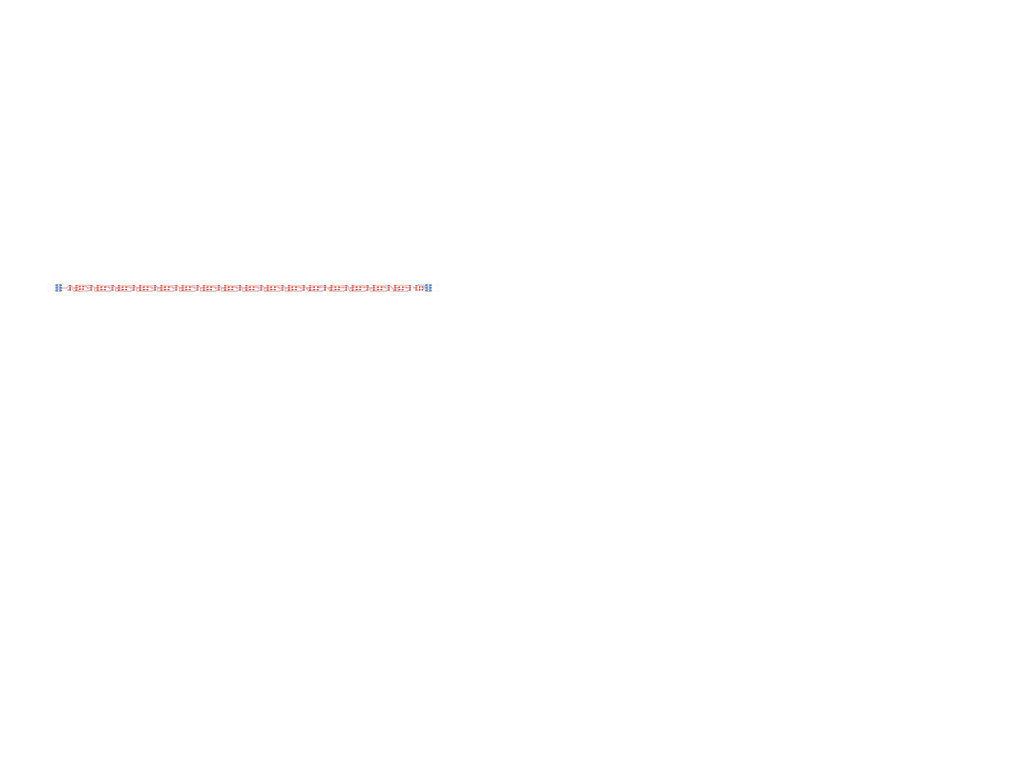
<source format=kicad_pcb>
(kicad_pcb (version 20171130) (host pcbnew "(5.0.0-3-g5ebb6b6)")
  (layers (0 F.Cu signal) (1 In1.Cu power) (2 In2.Cu power) (31 B.Cu signal) (34 B.Paste user) (35 F.Paste user) (36 B.SilkS user) (37 F.SilkS user) (38 B.Mask user) (39 F.Mask user) (44 Edge.Cuts user))
  (net 0 "")
  (net 1 +5V)
  (net 2 "Net-(D1-Pad4)")
  (net 3 GND)
  (net 4 "Net-(D10-Pad4)")
  (net 5 "Net-(D12-Pad3)")
  (net 6 "Net-(C12-Pad1)")
  (net 7 "Net-(C11-Pad1)")
  (net 8 "Net-(C10-Pad1)")
  (net 9 "Net-(C9-Pad1)")
  (net 10 "Net-(C8-Pad1)")
  (net 11 "Net-(C7-Pad1)")
  (net 12 "Net-(C6-Pad1)")
  (net 13 "Net-(C5-Pad1)")
  (net 14 "Net-(C4-Pad1)")
  (net 15 "Net-(C3-Pad1)")
  (net 16 "Net-(C2-Pad1)")
  (net 17 "Net-(C1-Pad1)")
  (net 18 "Net-(D2-Pad3)")
  (net 19 "Net-(D1-Pad3)")
  (net 20 "Net-(D3-Pad3)")
  (net 21 "Net-(D4-Pad3)")
  (net 22 "Net-(D5-Pad3)")
  (net 23 "Net-(D6-Pad3)")
  (net 24 "Net-(D7-Pad3)")
  (net 25 "Net-(D10-Pad6)")
  (net 26 "Net-(D10-Pad3)")
  (net 27 "Net-(D11-Pad3)")
  (net 28 "Net-(D17-Pad3)")
  (net 29 "Net-(C17-Pad1)")
  (net 30 "Net-(C16-Pad1)")
  (net 31 "Net-(C15-Pad1)")
  (net 32 "Net-(C14-Pad1)")
  (net 33 "Net-(C13-Pad1)")
  (net 34 "Net-(D13-Pad3)")
  (net 35 "Net-(D14-Pad3)")
  (net 36 "Net-(D15-Pad3)")
  (net 37 "Net-(D16-Pad3)")
  (module Capacitor_SMD:C_0805_2012Metric (layer F.Cu) (at 342.392 166.878)
    (fp_text reference C17 (at -2.032 0 90) (layer F.SilkS))
    (fp_text value 100NF)
    (pad 1 smd roundrect (at -0.9375 0) (size 0.975 1.4) (layers F.Cu F.Paste F.Mask) (net 29 "Net-(C17-Pad1)"))
    (pad 2 smd roundrect (at 0.9375 0) (size 0.975 1.4) (layers F.Cu F.Paste F.Mask) (net 3 GND))
  )
  (module Capacitor_SMD:C_0805_2012Metric (layer F.Cu) (at 278.08682 168.05378 90)
    (fp_text reference C13 (at 2.34442 0.001 180) (layer F.SilkS))
    (fp_text value 100NF)
    (pad 1 smd roundrect (at -0.9375 0 90) (size 0.975 1.4) (layers F.Cu F.Paste F.Mask) (net 33 "Net-(C13-Pad1)"))
    (pad 2 smd roundrect (at 0.9375 0 90) (size 0.975 1.4) (layers F.Cu F.Paste F.Mask) (net 3 GND))
  )
  (module Capacitor_SMD:C_0805_2012Metric (layer F.Cu) (at 294.753486 168.05378 90)
    (fp_text reference C14 (at 2.34442 0.001 180) (layer F.SilkS))
    (fp_text value 100NF)
    (pad 2 smd roundrect (at 0.9375 0 90) (size 0.975 1.4) (layers F.Cu F.Paste F.Mask) (net 3 GND))
    (pad 1 smd roundrect (at -0.9375 0 90) (size 0.975 1.4) (layers F.Cu F.Paste F.Mask) (net 32 "Net-(C14-Pad1)"))
  )
  (module Capacitor_SMD:C_0805_2012Metric (layer F.Cu) (at 311.420152 168.05378 90)
    (fp_text reference C15 (at 2.34442 0.001 180) (layer F.SilkS))
    (fp_text value 100NF)
    (pad 1 smd roundrect (at -0.9375 0 90) (size 0.975 1.4) (layers F.Cu F.Paste F.Mask) (net 31 "Net-(C15-Pad1)"))
    (pad 2 smd roundrect (at 0.9375 0 90) (size 0.975 1.4) (layers F.Cu F.Paste F.Mask) (net 3 GND))
  )
  (module Capacitor_SMD:C_0805_2012Metric (layer F.Cu) (at 328.086818 168.05378 90)
    (fp_text reference C16 (at 2.34442 0.001 180) (layer F.SilkS))
    (fp_text value 100NF)
    (pad 2 smd roundrect (at 0.9375 0 90) (size 0.975 1.4) (layers F.Cu F.Paste F.Mask) (net 3 GND))
    (pad 1 smd roundrect (at -0.9375 0 90) (size 0.975 1.4) (layers F.Cu F.Paste F.Mask) (net 30 "Net-(C16-Pad1)"))
  )
  (module LED_SMD:LED_WS2812_PLCC6_5.0x5.0mm_P1.6mm (layer F.Cu) (at 336.26399 167.64762 180)
    (fp_text reference D17 (at 2.25399 -3.5 180) (layer F.SilkS))
    (fp_text value WS2813)
    (pad 4 smd rect (at 2.45 1.6 180) (size 1.5 1) (layers F.Cu F.Paste F.Mask) (net 37 "Net-(D16-Pad3)"))
    (pad 5 smd rect (at 2.45 0 180) (size 1.5 1) (layers F.Cu F.Paste F.Mask) (net 3 GND))
    (pad 6 smd rect (at 2.45 -1.6 180) (size 1.5 1) (layers F.Cu F.Paste F.Mask) (net 36 "Net-(D15-Pad3)"))
    (pad 3 smd rect (at -2.45 1.6 180) (size 1.5 1) (layers F.Cu F.Paste F.Mask) (net 28 "Net-(D17-Pad3)"))
    (pad 2 smd rect (at -2.45 0 180) (size 1.5 1) (layers F.Cu F.Paste F.Mask) (net 1 +5V))
    (pad 1 smd rect (at -2.45 -1.6 180) (size 1.5 1) (layers F.Cu F.Paste F.Mask) (net 29 "Net-(C17-Pad1)"))
  )
  (module LED_SMD:LED_WS2812_PLCC6_5.0x5.0mm_P1.6mm (layer F.Cu) (at 319.597322 167.64762 180)
    (fp_text reference D16 (at 0 -3.5 180) (layer F.SilkS))
    (fp_text value WS2813)
    (pad 1 smd rect (at -2.45 -1.6 180) (size 1.5 1) (layers F.Cu F.Paste F.Mask) (net 30 "Net-(C16-Pad1)"))
    (pad 2 smd rect (at -2.45 0 180) (size 1.5 1) (layers F.Cu F.Paste F.Mask) (net 1 +5V))
    (pad 3 smd rect (at -2.45 1.6 180) (size 1.5 1) (layers F.Cu F.Paste F.Mask) (net 37 "Net-(D16-Pad3)"))
    (pad 6 smd rect (at 2.45 -1.6 180) (size 1.5 1) (layers F.Cu F.Paste F.Mask) (net 35 "Net-(D14-Pad3)"))
    (pad 5 smd rect (at 2.45 0 180) (size 1.5 1) (layers F.Cu F.Paste F.Mask) (net 3 GND))
    (pad 4 smd rect (at 2.45 1.6 180) (size 1.5 1) (layers F.Cu F.Paste F.Mask) (net 36 "Net-(D15-Pad3)"))
  )
  (module LED_SMD:LED_WS2812_PLCC6_5.0x5.0mm_P1.6mm (layer F.Cu) (at 302.930657 167.64762 180)
    (fp_text reference D15 (at 0 -3.5 180) (layer F.SilkS))
    (fp_text value WS2813)
    (pad 4 smd rect (at 2.45 1.6 180) (size 1.5 1) (layers F.Cu F.Paste F.Mask) (net 35 "Net-(D14-Pad3)"))
    (pad 5 smd rect (at 2.45 0 180) (size 1.5 1) (layers F.Cu F.Paste F.Mask) (net 3 GND))
    (pad 6 smd rect (at 2.45 -1.6 180) (size 1.5 1) (layers F.Cu F.Paste F.Mask) (net 34 "Net-(D13-Pad3)"))
    (pad 3 smd rect (at -2.45 1.6 180) (size 1.5 1) (layers F.Cu F.Paste F.Mask) (net 36 "Net-(D15-Pad3)"))
    (pad 2 smd rect (at -2.45 0 180) (size 1.5 1) (layers F.Cu F.Paste F.Mask) (net 1 +5V))
    (pad 1 smd rect (at -2.45 -1.6 180) (size 1.5 1) (layers F.Cu F.Paste F.Mask) (net 31 "Net-(C15-Pad1)"))
  )
  (module LED_SMD:LED_WS2812_PLCC6_5.0x5.0mm_P1.6mm (layer F.Cu) (at 286.263992 167.64762 180)
    (fp_text reference D14 (at 0 -3.5 180) (layer F.SilkS))
    (fp_text value WS2813)
    (pad 1 smd rect (at -2.45 -1.6 180) (size 1.5 1) (layers F.Cu F.Paste F.Mask) (net 32 "Net-(C14-Pad1)"))
    (pad 2 smd rect (at -2.45 0 180) (size 1.5 1) (layers F.Cu F.Paste F.Mask) (net 1 +5V))
    (pad 3 smd rect (at -2.45 1.6 180) (size 1.5 1) (layers F.Cu F.Paste F.Mask) (net 35 "Net-(D14-Pad3)"))
    (pad 6 smd rect (at 2.45 -1.6 180) (size 1.5 1) (layers F.Cu F.Paste F.Mask) (net 5 "Net-(D12-Pad3)"))
    (pad 5 smd rect (at 2.45 0 180) (size 1.5 1) (layers F.Cu F.Paste F.Mask) (net 3 GND))
    (pad 4 smd rect (at 2.45 1.6 180) (size 1.5 1) (layers F.Cu F.Paste F.Mask) (net 34 "Net-(D13-Pad3)"))
  )
  (module LED_SMD:LED_WS2812_PLCC6_5.0x5.0mm_P1.6mm (layer F.Cu) (at 269.597327 167.64762 180)
    (fp_text reference D13 (at 0 -3.5 180) (layer F.SilkS))
    (fp_text value WS2813)
    (pad 4 smd rect (at 2.45 1.6 180) (size 1.5 1) (layers F.Cu F.Paste F.Mask) (net 5 "Net-(D12-Pad3)"))
    (pad 5 smd rect (at 2.45 0 180) (size 1.5 1) (layers F.Cu F.Paste F.Mask) (net 3 GND))
    (pad 6 smd rect (at 2.45 -1.6 180) (size 1.5 1) (layers F.Cu F.Paste F.Mask) (net 27 "Net-(D11-Pad3)"))
    (pad 3 smd rect (at -2.45 1.6 180) (size 1.5 1) (layers F.Cu F.Paste F.Mask) (net 34 "Net-(D13-Pad3)"))
    (pad 2 smd rect (at -2.45 0 180) (size 1.5 1) (layers F.Cu F.Paste F.Mask) (net 1 +5V))
    (pad 1 smd rect (at -2.45 -1.6 180) (size 1.5 1) (layers F.Cu F.Paste F.Mask) (net 33 "Net-(C13-Pad1)"))
  )
  (module Resistor_SMD:R_0805_2012Metric (layer F.Cu) (at 275.34616 168.05378 270)
    (fp_text reference R13 (at -2.34442 0.13308) (layer F.SilkS))
    (fp_text value 330)
    (pad 1 smd roundrect (at -0.9375 0 270) (size 0.975 1.4) (layers F.Cu F.Paste F.Mask) (net 1 +5V))
    (pad 2 smd roundrect (at 0.9375 0 270) (size 0.975 1.4) (layers F.Cu F.Paste F.Mask) (net 33 "Net-(C13-Pad1)"))
  )
  (module Resistor_SMD:R_0805_2012Metric (layer F.Cu) (at 292.012826 168.05378 270)
    (fp_text reference R14 (at -2.34442 0.13308) (layer F.SilkS))
    (fp_text value 330)
    (pad 2 smd roundrect (at 0.9375 0 270) (size 0.975 1.4) (layers F.Cu F.Paste F.Mask) (net 32 "Net-(C14-Pad1)"))
    (pad 1 smd roundrect (at -0.9375 0 270) (size 0.975 1.4) (layers F.Cu F.Paste F.Mask) (net 1 +5V))
  )
  (module Resistor_SMD:R_0805_2012Metric (layer F.Cu) (at 308.679492 168.05378 270)
    (fp_text reference R15 (at -2.34442 0.13308) (layer F.SilkS))
    (fp_text value 330)
    (pad 1 smd roundrect (at -0.9375 0 270) (size 0.975 1.4) (layers F.Cu F.Paste F.Mask) (net 1 +5V))
    (pad 2 smd roundrect (at 0.9375 0 270) (size 0.975 1.4) (layers F.Cu F.Paste F.Mask) (net 31 "Net-(C15-Pad1)"))
  )
  (module Resistor_SMD:R_0805_2012Metric (layer F.Cu) (at 325.346158 168.05378 270)
    (fp_text reference R16 (at -2.34442 0.13308) (layer F.SilkS))
    (fp_text value 330)
    (pad 2 smd roundrect (at 0.9375 0 270) (size 0.975 1.4) (layers F.Cu F.Paste F.Mask) (net 30 "Net-(C16-Pad1)"))
    (pad 1 smd roundrect (at -0.9375 0 270) (size 0.975 1.4) (layers F.Cu F.Paste F.Mask) (net 1 +5V))
  )
  (module Resistor_SMD:R_0805_2012Metric (layer F.Cu) (at 342.392 169.164 180)
    (fp_text reference R17 (at -2.34442 0.13308 270) (layer F.SilkS))
    (fp_text value 330)
    (pad 1 smd roundrect (at -0.9375 0 180) (size 0.975 1.4) (layers F.Cu F.Paste F.Mask) (net 1 +5V))
    (pad 2 smd roundrect (at 0.9375 0 180) (size 0.975 1.4) (layers F.Cu F.Paste F.Mask) (net 29 "Net-(C17-Pad1)"))
  )
  (module YonaFootprints:1x3_18awgWireSolderPad-5mm (layer F.Cu) (at 58.166 165.608)
    (fp_text reference J1 (at 0 -2.159) (layer F.SilkS))
    (fp_text value IN)
    (pad 3 thru_hole oval (at 0 4.064) (size 5.08 1.524) (drill oval 1.27) (layers *.Cu *.Mask) (net 3 GND))
    (pad 2 thru_hole oval (at 0 2.032) (size 5.08 1.524) (drill oval 1.27) (layers *.Cu *.Mask) (net 2 "Net-(D1-Pad4)"))
    (pad 1 thru_hole oval (at 0 0) (size 5.08 1.524) (drill oval 1.27) (layers *.Cu *.Mask) (net 1 +5V))
  )
  (module Capacitor_SMD:C_0805_2012Metric (layer F.Cu) (at 194.425452 168.05378 90)
    (fp_text reference C8 (at 2.54 -0.126 180) (layer F.SilkS))
    (fp_text value 100NF)
    (pad 2 smd roundrect (at 0.9375 0 90) (size 0.975 1.4) (layers F.Cu F.Paste F.Mask) (net 3 GND))
    (pad 1 smd roundrect (at -0.9375 0 90) (size 0.975 1.4) (layers F.Cu F.Paste F.Mask) (net 10 "Net-(C8-Pad1)"))
  )
  (module Capacitor_SMD:C_0805_2012Metric (layer F.Cu) (at 211.071688 168.05378 90)
    (fp_text reference C9 (at 2.54 -0.126 180) (layer F.SilkS))
    (fp_text value 100NF)
    (pad 2 smd roundrect (at 0.9375 0 90) (size 0.975 1.4) (layers F.Cu F.Paste F.Mask) (net 3 GND))
    (pad 1 smd roundrect (at -0.9375 0 90) (size 0.975 1.4) (layers F.Cu F.Paste F.Mask) (net 9 "Net-(C9-Pad1)"))
  )
  (module Capacitor_SMD:C_0805_2012Metric (layer F.Cu) (at 227.717924 168.05378 90)
    (fp_text reference C10 (at 2.54 -0.126 180) (layer F.SilkS))
    (fp_text value 100NF)
    (pad 2 smd roundrect (at 0.9375 0 90) (size 0.975 1.4) (layers F.Cu F.Paste F.Mask) (net 3 GND))
    (pad 1 smd roundrect (at -0.9375 0 90) (size 0.975 1.4) (layers F.Cu F.Paste F.Mask) (net 8 "Net-(C10-Pad1)"))
  )
  (module Capacitor_SMD:C_0805_2012Metric (layer F.Cu) (at 244.36416 168.05378 90)
    (fp_text reference C11 (at 2.54 -0.126 180) (layer F.SilkS))
    (fp_text value 100NF)
    (pad 2 smd roundrect (at 0.9375 0 90) (size 0.975 1.4) (layers F.Cu F.Paste F.Mask) (net 3 GND))
    (pad 1 smd roundrect (at -0.9375 0 90) (size 0.975 1.4) (layers F.Cu F.Paste F.Mask) (net 7 "Net-(C11-Pad1)"))
  )
  (module Capacitor_SMD:C_0805_2012Metric (layer F.Cu) (at 261.4653 168.05378 90)
    (fp_text reference C12 (at 2.6185 -0.0485 180) (layer F.SilkS))
    (fp_text value 100NF)
    (pad 2 smd roundrect (at 0.9375 0 90) (size 0.975 1.4) (layers F.Cu F.Paste F.Mask) (net 3 GND))
    (pad 1 smd roundrect (at -0.9375 0 90) (size 0.975 1.4) (layers F.Cu F.Paste F.Mask) (net 6 "Net-(C12-Pad1)"))
  )
  (module LED_SMD:LED_WS2812_PLCC6_5.0x5.0mm_P1.6mm (layer F.Cu) (at 69.60616 167.64762 180)
    (fp_text reference D1 (at 0 -3.5 180) (layer F.SilkS))
    (fp_text value WS2813)
    (pad 1 smd rect (at -2.45 -1.6 180) (size 1.5 1) (layers F.Cu F.Paste F.Mask) (net 17 "Net-(C1-Pad1)"))
    (pad 2 smd rect (at -2.45 0 180) (size 1.5 1) (layers F.Cu F.Paste F.Mask) (net 1 +5V))
    (pad 3 smd rect (at -2.45 1.6 180) (size 1.5 1) (layers F.Cu F.Paste F.Mask) (net 19 "Net-(D1-Pad3)"))
    (pad 6 smd rect (at 2.45 -1.6 180) (size 1.5 1) (layers F.Cu F.Paste F.Mask) (net 3 GND))
    (pad 5 smd rect (at 2.45 0 180) (size 1.5 1) (layers F.Cu F.Paste F.Mask) (net 3 GND))
    (pad 4 smd rect (at 2.45 1.6 180) (size 1.5 1) (layers F.Cu F.Paste F.Mask) (net 2 "Net-(D1-Pad4)"))
  )
  (module LED_SMD:LED_WS2812_PLCC6_5.0x5.0mm_P1.6mm (layer F.Cu) (at 86.272023 167.64762 180)
    (fp_text reference D2 (at 0 -3.5 180) (layer F.SilkS))
    (fp_text value WS2813)
    (pad 1 smd rect (at -2.45 -1.6 180) (size 1.5 1) (layers F.Cu F.Paste F.Mask) (net 16 "Net-(C2-Pad1)"))
    (pad 2 smd rect (at -2.45 0 180) (size 1.5 1) (layers F.Cu F.Paste F.Mask) (net 1 +5V))
    (pad 3 smd rect (at -2.45 1.6 180) (size 1.5 1) (layers F.Cu F.Paste F.Mask) (net 18 "Net-(D2-Pad3)"))
    (pad 6 smd rect (at 2.45 -1.6 180) (size 1.5 1) (layers F.Cu F.Paste F.Mask) (net 2 "Net-(D1-Pad4)"))
    (pad 5 smd rect (at 2.45 0 180) (size 1.5 1) (layers F.Cu F.Paste F.Mask) (net 3 GND))
    (pad 4 smd rect (at 2.45 1.6 180) (size 1.5 1) (layers F.Cu F.Paste F.Mask) (net 19 "Net-(D1-Pad3)"))
  )
  (module LED_SMD:LED_WS2812_PLCC6_5.0x5.0mm_P1.6mm (layer F.Cu) (at 252.93066 167.64762 180)
    (fp_text reference D12 (at 0 -3.5 180) (layer F.SilkS))
    (fp_text value WS2813)
    (pad 1 smd rect (at -2.45 -1.6 180) (size 1.5 1) (layers F.Cu F.Paste F.Mask) (net 6 "Net-(C12-Pad1)"))
    (pad 2 smd rect (at -2.45 0 180) (size 1.5 1) (layers F.Cu F.Paste F.Mask) (net 1 +5V))
    (pad 3 smd rect (at -2.45 1.6 180) (size 1.5 1) (layers F.Cu F.Paste F.Mask) (net 5 "Net-(D12-Pad3)"))
    (pad 6 smd rect (at 2.45 -1.6 180) (size 1.5 1) (layers F.Cu F.Paste F.Mask) (net 26 "Net-(D10-Pad3)"))
    (pad 5 smd rect (at 2.45 0 180) (size 1.5 1) (layers F.Cu F.Paste F.Mask) (net 3 GND))
    (pad 4 smd rect (at 2.45 1.6 180) (size 1.5 1) (layers F.Cu F.Paste F.Mask) (net 27 "Net-(D11-Pad3)"))
  )
  (module LED_SMD:LED_WS2812_PLCC6_5.0x5.0mm_P1.6mm (layer F.Cu) (at 236.26479 167.64762 180)
    (fp_text reference D11 (at 0 -3.5 180) (layer F.SilkS))
    (fp_text value WS2813)
    (pad 1 smd rect (at -2.45 -1.6 180) (size 1.5 1) (layers F.Cu F.Paste F.Mask) (net 7 "Net-(C11-Pad1)"))
    (pad 2 smd rect (at -2.45 0 180) (size 1.5 1) (layers F.Cu F.Paste F.Mask) (net 1 +5V))
    (pad 3 smd rect (at -2.45 1.6 180) (size 1.5 1) (layers F.Cu F.Paste F.Mask) (net 27 "Net-(D11-Pad3)"))
    (pad 6 smd rect (at 2.45 -1.6 180) (size 1.5 1) (layers F.Cu F.Paste F.Mask) (net 4 "Net-(D10-Pad4)"))
    (pad 5 smd rect (at 2.45 0 180) (size 1.5 1) (layers F.Cu F.Paste F.Mask) (net 3 GND))
    (pad 4 smd rect (at 2.45 1.6 180) (size 1.5 1) (layers F.Cu F.Paste F.Mask) (net 26 "Net-(D10-Pad3)"))
  )
  (module LED_SMD:LED_WS2812_PLCC6_5.0x5.0mm_P1.6mm (layer F.Cu) (at 219.598927 167.64762 180)
    (fp_text reference D10 (at 0 -3.5 180) (layer F.SilkS))
    (fp_text value WS2813)
    (pad 1 smd rect (at -2.45 -1.6 180) (size 1.5 1) (layers F.Cu F.Paste F.Mask) (net 8 "Net-(C10-Pad1)"))
    (pad 2 smd rect (at -2.45 0 180) (size 1.5 1) (layers F.Cu F.Paste F.Mask) (net 1 +5V))
    (pad 3 smd rect (at -2.45 1.6 180) (size 1.5 1) (layers F.Cu F.Paste F.Mask) (net 26 "Net-(D10-Pad3)"))
    (pad 6 smd rect (at 2.45 -1.6 180) (size 1.5 1) (layers F.Cu F.Paste F.Mask) (net 25 "Net-(D10-Pad6)"))
    (pad 5 smd rect (at 2.45 0 180) (size 1.5 1) (layers F.Cu F.Paste F.Mask) (net 3 GND))
    (pad 4 smd rect (at 2.45 1.6 180) (size 1.5 1) (layers F.Cu F.Paste F.Mask) (net 4 "Net-(D10-Pad4)"))
  )
  (module LED_SMD:LED_WS2812_PLCC6_5.0x5.0mm_P1.6mm (layer F.Cu) (at 202.933064 167.64762 180)
    (fp_text reference D9 (at 0 -3.5 180) (layer F.SilkS))
    (fp_text value WS2813)
    (pad 1 smd rect (at -2.45 -1.6 180) (size 1.5 1) (layers F.Cu F.Paste F.Mask) (net 9 "Net-(C9-Pad1)"))
    (pad 2 smd rect (at -2.45 0 180) (size 1.5 1) (layers F.Cu F.Paste F.Mask) (net 1 +5V))
    (pad 3 smd rect (at -2.45 1.6 180) (size 1.5 1) (layers F.Cu F.Paste F.Mask) (net 4 "Net-(D10-Pad4)"))
    (pad 6 smd rect (at 2.45 -1.6 180) (size 1.5 1) (layers F.Cu F.Paste F.Mask) (net 24 "Net-(D7-Pad3)"))
    (pad 5 smd rect (at 2.45 0 180) (size 1.5 1) (layers F.Cu F.Paste F.Mask) (net 3 GND))
    (pad 4 smd rect (at 2.45 1.6 180) (size 1.5 1) (layers F.Cu F.Paste F.Mask) (net 25 "Net-(D10-Pad6)"))
  )
  (module LED_SMD:LED_WS2812_PLCC6_5.0x5.0mm_P1.6mm (layer F.Cu) (at 186.267201 167.64762 180)
    (fp_text reference D8 (at 0 -3.5 180) (layer F.SilkS))
    (fp_text value WS2813)
    (pad 1 smd rect (at -2.45 -1.6 180) (size 1.5 1) (layers F.Cu F.Paste F.Mask) (net 10 "Net-(C8-Pad1)"))
    (pad 2 smd rect (at -2.45 0 180) (size 1.5 1) (layers F.Cu F.Paste F.Mask) (net 1 +5V))
    (pad 3 smd rect (at -2.45 1.6 180) (size 1.5 1) (layers F.Cu F.Paste F.Mask) (net 25 "Net-(D10-Pad6)"))
    (pad 6 smd rect (at 2.45 -1.6 180) (size 1.5 1) (layers F.Cu F.Paste F.Mask) (net 23 "Net-(D6-Pad3)"))
    (pad 5 smd rect (at 2.45 0 180) (size 1.5 1) (layers F.Cu F.Paste F.Mask) (net 3 GND))
    (pad 4 smd rect (at 2.45 1.6 180) (size 1.5 1) (layers F.Cu F.Paste F.Mask) (net 24 "Net-(D7-Pad3)"))
  )
  (module LED_SMD:LED_WS2812_PLCC6_5.0x5.0mm_P1.6mm (layer F.Cu) (at 169.601338 167.64762 180)
    (fp_text reference D7 (at 0 -3.5 180) (layer F.SilkS))
    (fp_text value WS2813)
    (pad 1 smd rect (at -2.45 -1.6 180) (size 1.5 1) (layers F.Cu F.Paste F.Mask) (net 11 "Net-(C7-Pad1)"))
    (pad 2 smd rect (at -2.45 0 180) (size 1.5 1) (layers F.Cu F.Paste F.Mask) (net 1 +5V))
    (pad 3 smd rect (at -2.45 1.6 180) (size 1.5 1) (layers F.Cu F.Paste F.Mask) (net 24 "Net-(D7-Pad3)"))
    (pad 6 smd rect (at 2.45 -1.6 180) (size 1.5 1) (layers F.Cu F.Paste F.Mask) (net 22 "Net-(D5-Pad3)"))
    (pad 5 smd rect (at 2.45 0 180) (size 1.5 1) (layers F.Cu F.Paste F.Mask) (net 3 GND))
    (pad 4 smd rect (at 2.45 1.6 180) (size 1.5 1) (layers F.Cu F.Paste F.Mask) (net 23 "Net-(D6-Pad3)"))
  )
  (module LED_SMD:LED_WS2812_PLCC6_5.0x5.0mm_P1.6mm (layer F.Cu) (at 152.935475 167.64762 180)
    (fp_text reference D6 (at 0 -3.5 180) (layer F.SilkS))
    (fp_text value WS2813)
    (pad 1 smd rect (at -2.45 -1.6 180) (size 1.5 1) (layers F.Cu F.Paste F.Mask) (net 12 "Net-(C6-Pad1)"))
    (pad 2 smd rect (at -2.45 0 180) (size 1.5 1) (layers F.Cu F.Paste F.Mask) (net 1 +5V))
    (pad 3 smd rect (at -2.45 1.6 180) (size 1.5 1) (layers F.Cu F.Paste F.Mask) (net 23 "Net-(D6-Pad3)"))
    (pad 6 smd rect (at 2.45 -1.6 180) (size 1.5 1) (layers F.Cu F.Paste F.Mask) (net 21 "Net-(D4-Pad3)"))
    (pad 5 smd rect (at 2.45 0 180) (size 1.5 1) (layers F.Cu F.Paste F.Mask) (net 3 GND))
    (pad 4 smd rect (at 2.45 1.6 180) (size 1.5 1) (layers F.Cu F.Paste F.Mask) (net 22 "Net-(D5-Pad3)"))
  )
  (module LED_SMD:LED_WS2812_PLCC6_5.0x5.0mm_P1.6mm (layer F.Cu) (at 136.269612 167.64762 180)
    (fp_text reference D5 (at 0 -3.5 180) (layer F.SilkS))
    (fp_text value WS2813)
    (pad 1 smd rect (at -2.45 -1.6 180) (size 1.5 1) (layers F.Cu F.Paste F.Mask) (net 13 "Net-(C5-Pad1)"))
    (pad 2 smd rect (at -2.45 0 180) (size 1.5 1) (layers F.Cu F.Paste F.Mask) (net 1 +5V))
    (pad 3 smd rect (at -2.45 1.6 180) (size 1.5 1) (layers F.Cu F.Paste F.Mask) (net 22 "Net-(D5-Pad3)"))
    (pad 6 smd rect (at 2.45 -1.6 180) (size 1.5 1) (layers F.Cu F.Paste F.Mask) (net 20 "Net-(D3-Pad3)"))
    (pad 5 smd rect (at 2.45 0 180) (size 1.5 1) (layers F.Cu F.Paste F.Mask) (net 3 GND))
    (pad 4 smd rect (at 2.45 1.6 180) (size 1.5 1) (layers F.Cu F.Paste F.Mask) (net 21 "Net-(D4-Pad3)"))
  )
  (module LED_SMD:LED_WS2812_PLCC6_5.0x5.0mm_P1.6mm (layer F.Cu) (at 119.603749 167.64762 180)
    (fp_text reference D4 (at 0 -3.5 180) (layer F.SilkS))
    (fp_text value WS2813)
    (pad 1 smd rect (at -2.45 -1.6 180) (size 1.5 1) (layers F.Cu F.Paste F.Mask) (net 14 "Net-(C4-Pad1)"))
    (pad 2 smd rect (at -2.45 0 180) (size 1.5 1) (layers F.Cu F.Paste F.Mask) (net 1 +5V))
    (pad 3 smd rect (at -2.45 1.6 180) (size 1.5 1) (layers F.Cu F.Paste F.Mask) (net 21 "Net-(D4-Pad3)"))
    (pad 6 smd rect (at 2.45 -1.6 180) (size 1.5 1) (layers F.Cu F.Paste F.Mask) (net 18 "Net-(D2-Pad3)"))
    (pad 5 smd rect (at 2.45 0 180) (size 1.5 1) (layers F.Cu F.Paste F.Mask) (net 3 GND))
    (pad 4 smd rect (at 2.45 1.6 180) (size 1.5 1) (layers F.Cu F.Paste F.Mask) (net 20 "Net-(D3-Pad3)"))
  )
  (module LED_SMD:LED_WS2812_PLCC6_5.0x5.0mm_P1.6mm (layer F.Cu) (at 102.937886 167.64762 180)
    (fp_text reference D3 (at 0 -3.5 180) (layer F.SilkS))
    (fp_text value WS2813)
    (pad 1 smd rect (at -2.45 -1.6 180) (size 1.5 1) (layers F.Cu F.Paste F.Mask) (net 15 "Net-(C3-Pad1)"))
    (pad 2 smd rect (at -2.45 0 180) (size 1.5 1) (layers F.Cu F.Paste F.Mask) (net 1 +5V))
    (pad 3 smd rect (at -2.45 1.6 180) (size 1.5 1) (layers F.Cu F.Paste F.Mask) (net 20 "Net-(D3-Pad3)"))
    (pad 6 smd rect (at 2.45 -1.6 180) (size 1.5 1) (layers F.Cu F.Paste F.Mask) (net 19 "Net-(D1-Pad3)"))
    (pad 5 smd rect (at 2.45 0 180) (size 1.5 1) (layers F.Cu F.Paste F.Mask) (net 3 GND))
    (pad 4 smd rect (at 2.45 1.6 180) (size 1.5 1) (layers F.Cu F.Paste F.Mask) (net 18 "Net-(D2-Pad3)"))
  )
  (module Resistor_SMD:R_0805_2012Metric (layer F.Cu) (at 74.8538 167.67278 270)
    (fp_text reference R1 (at -2.3645 0) (layer F.SilkS))
    (fp_text value 330)
    (pad 2 smd roundrect (at 0.9375 0 270) (size 0.975 1.4) (layers F.Cu F.Paste F.Mask) (net 17 "Net-(C1-Pad1)"))
    (pad 1 smd roundrect (at -0.9375 0 270) (size 0.975 1.4) (layers F.Cu F.Paste F.Mask) (net 1 +5V))
  )
  (module Resistor_SMD:R_0805_2012Metric (layer F.Cu) (at 91.754036 168.05378 270)
    (fp_text reference R2 (at -2.54 -0.126) (layer F.SilkS))
    (fp_text value 330)
    (pad 2 smd roundrect (at 0.9375 0 270) (size 0.975 1.4) (layers F.Cu F.Paste F.Mask) (net 16 "Net-(C2-Pad1)"))
    (pad 1 smd roundrect (at -0.9375 0 270) (size 0.975 1.4) (layers F.Cu F.Paste F.Mask) (net 1 +5V))
  )
  (module Resistor_SMD:R_0805_2012Metric (layer F.Cu) (at 108.400272 168.05378 270)
    (fp_text reference R3 (at -2.54 -0.126) (layer F.SilkS))
    (fp_text value 330)
    (pad 2 smd roundrect (at 0.9375 0 270) (size 0.975 1.4) (layers F.Cu F.Paste F.Mask) (net 15 "Net-(C3-Pad1)"))
    (pad 1 smd roundrect (at -0.9375 0 270) (size 0.975 1.4) (layers F.Cu F.Paste F.Mask) (net 1 +5V))
  )
  (module Resistor_SMD:R_0805_2012Metric (layer F.Cu) (at 125.046508 168.05378 270)
    (fp_text reference R4 (at -2.54 -0.126) (layer F.SilkS))
    (fp_text value 330)
    (pad 2 smd roundrect (at 0.9375 0 270) (size 0.975 1.4) (layers F.Cu F.Paste F.Mask) (net 14 "Net-(C4-Pad1)"))
    (pad 1 smd roundrect (at -0.9375 0 270) (size 0.975 1.4) (layers F.Cu F.Paste F.Mask) (net 1 +5V))
  )
  (module Resistor_SMD:R_0805_2012Metric (layer F.Cu) (at 141.692744 168.05378 270)
    (fp_text reference R5 (at -2.54 -0.126) (layer F.SilkS))
    (fp_text value 330)
    (pad 2 smd roundrect (at 0.9375 0 270) (size 0.975 1.4) (layers F.Cu F.Paste F.Mask) (net 13 "Net-(C5-Pad1)"))
    (pad 1 smd roundrect (at -0.9375 0 270) (size 0.975 1.4) (layers F.Cu F.Paste F.Mask) (net 1 +5V))
  )
  (module Resistor_SMD:R_0805_2012Metric (layer F.Cu) (at 158.33898 168.05378 270)
    (fp_text reference R6 (at -2.54 -0.126) (layer F.SilkS))
    (fp_text value 330)
    (pad 2 smd roundrect (at 0.9375 0 270) (size 0.975 1.4) (layers F.Cu F.Paste F.Mask) (net 12 "Net-(C6-Pad1)"))
    (pad 1 smd roundrect (at -0.9375 0 270) (size 0.975 1.4) (layers F.Cu F.Paste F.Mask) (net 1 +5V))
  )
  (module Resistor_SMD:R_0805_2012Metric (layer F.Cu) (at 174.985216 168.05378 270)
    (fp_text reference R7 (at -2.54 -0.126) (layer F.SilkS))
    (fp_text value 330)
    (pad 2 smd roundrect (at 0.9375 0 270) (size 0.975 1.4) (layers F.Cu F.Paste F.Mask) (net 11 "Net-(C7-Pad1)"))
    (pad 1 smd roundrect (at -0.9375 0 270) (size 0.975 1.4) (layers F.Cu F.Paste F.Mask) (net 1 +5V))
  )
  (module Resistor_SMD:R_0805_2012Metric (layer F.Cu) (at 191.631452 168.05378 270)
    (fp_text reference R8 (at -2.54 -0.126) (layer F.SilkS))
    (fp_text value 330)
    (pad 2 smd roundrect (at 0.9375 0 270) (size 0.975 1.4) (layers F.Cu F.Paste F.Mask) (net 10 "Net-(C8-Pad1)"))
    (pad 1 smd roundrect (at -0.9375 0 270) (size 0.975 1.4) (layers F.Cu F.Paste F.Mask) (net 1 +5V))
  )
  (module Resistor_SMD:R_0805_2012Metric (layer F.Cu) (at 208.277688 168.05378 270)
    (fp_text reference R9 (at -2.54 -0.126) (layer F.SilkS))
    (fp_text value 330)
    (pad 2 smd roundrect (at 0.9375 0 270) (size 0.975 1.4) (layers F.Cu F.Paste F.Mask) (net 9 "Net-(C9-Pad1)"))
    (pad 1 smd roundrect (at -0.9375 0 270) (size 0.975 1.4) (layers F.Cu F.Paste F.Mask) (net 1 +5V))
  )
  (module Resistor_SMD:R_0805_2012Metric (layer F.Cu) (at 224.923924 168.05378 270)
    (fp_text reference R10 (at -2.54 -0.126) (layer F.SilkS))
    (fp_text value 330)
    (pad 2 smd roundrect (at 0.9375 0 270) (size 0.975 1.4) (layers F.Cu F.Paste F.Mask) (net 8 "Net-(C10-Pad1)"))
    (pad 1 smd roundrect (at -0.9375 0 270) (size 0.975 1.4) (layers F.Cu F.Paste F.Mask) (net 1 +5V))
  )
  (module Resistor_SMD:R_0805_2012Metric (layer F.Cu) (at 241.57016 168.05378 270)
    (fp_text reference R11 (at -2.54 -0.126) (layer F.SilkS))
    (fp_text value 330)
    (pad 2 smd roundrect (at 0.9375 0 270) (size 0.975 1.4) (layers F.Cu F.Paste F.Mask) (net 7 "Net-(C11-Pad1)"))
    (pad 1 smd roundrect (at -0.9375 0 270) (size 0.975 1.4) (layers F.Cu F.Paste F.Mask) (net 1 +5V))
  )
  (module Resistor_SMD:R_0805_2012Metric (layer F.Cu) (at 258.5743 168.05378 270)
    (fp_text reference R12 (at -2.54 3.175) (layer F.SilkS))
    (fp_text value 330)
    (pad 2 smd roundrect (at 0.9375 0 270) (size 0.975 1.4) (layers F.Cu F.Paste F.Mask) (net 6 "Net-(C12-Pad1)"))
    (pad 1 smd roundrect (at -0.9375 0 270) (size 0.975 1.4) (layers F.Cu F.Paste F.Mask) (net 1 +5V))
  )
  (module Capacitor_SMD:C_0805_2012Metric (layer F.Cu) (at 177.779216 168.05378 90)
    (fp_text reference C7 (at 2.54 -0.126 180) (layer F.SilkS))
    (fp_text value 100NF)
    (pad 2 smd roundrect (at 0.9375 0 90) (size 0.975 1.4) (layers F.Cu F.Paste F.Mask) (net 3 GND))
    (pad 1 smd roundrect (at -0.9375 0 90) (size 0.975 1.4) (layers F.Cu F.Paste F.Mask) (net 11 "Net-(C7-Pad1)"))
  )
  (module Capacitor_SMD:C_0805_2012Metric (layer F.Cu) (at 161.13298 168.05378 90)
    (fp_text reference C6 (at 2.54 -0.126 180) (layer F.SilkS))
    (fp_text value 100NF)
    (pad 2 smd roundrect (at 0.9375 0 90) (size 0.975 1.4) (layers F.Cu F.Paste F.Mask) (net 3 GND))
    (pad 1 smd roundrect (at -0.9375 0 90) (size 0.975 1.4) (layers F.Cu F.Paste F.Mask) (net 12 "Net-(C6-Pad1)"))
  )
  (module Capacitor_SMD:C_0805_2012Metric (layer F.Cu) (at 144.486744 168.05378 90)
    (fp_text reference C5 (at 2.54 -0.126 180) (layer F.SilkS))
    (fp_text value 100NF)
    (pad 2 smd roundrect (at 0.9375 0 90) (size 0.975 1.4) (layers F.Cu F.Paste F.Mask) (net 3 GND))
    (pad 1 smd roundrect (at -0.9375 0 90) (size 0.975 1.4) (layers F.Cu F.Paste F.Mask) (net 13 "Net-(C5-Pad1)"))
  )
  (module Capacitor_SMD:C_0805_2012Metric (layer F.Cu) (at 127.840508 168.05378 90)
    (fp_text reference C4 (at 2.54 -0.126 180) (layer F.SilkS))
    (fp_text value 100NF)
    (pad 2 smd roundrect (at 0.9375 0 90) (size 0.975 1.4) (layers F.Cu F.Paste F.Mask) (net 3 GND))
    (pad 1 smd roundrect (at -0.9375 0 90) (size 0.975 1.4) (layers F.Cu F.Paste F.Mask) (net 14 "Net-(C4-Pad1)"))
  )
  (module Capacitor_SMD:C_0805_2012Metric (layer F.Cu) (at 111.194272 168.05378 90)
    (fp_text reference C3 (at 2.54 -0.126 180) (layer F.SilkS))
    (fp_text value 100NF)
    (pad 2 smd roundrect (at 0.9375 0 90) (size 0.975 1.4) (layers F.Cu F.Paste F.Mask) (net 3 GND))
    (pad 1 smd roundrect (at -0.9375 0 90) (size 0.975 1.4) (layers F.Cu F.Paste F.Mask) (net 15 "Net-(C3-Pad1)"))
  )
  (module Capacitor_SMD:C_0805_2012Metric (layer F.Cu) (at 94.548036 168.05378 90)
    (fp_text reference C2 (at 2.54 -0.126 180) (layer F.SilkS))
    (fp_text value 100NF)
    (pad 2 smd roundrect (at 0.9375 0 90) (size 0.975 1.4) (layers F.Cu F.Paste F.Mask) (net 3 GND))
    (pad 1 smd roundrect (at -0.9375 0 90) (size 0.975 1.4) (layers F.Cu F.Paste F.Mask) (net 16 "Net-(C2-Pad1)"))
  )
  (module Capacitor_SMD:C_0805_2012Metric (layer F.Cu) (at 77.3938 167.67278 90)
    (fp_text reference C1 (at 2.4615 0 180) (layer F.SilkS))
    (fp_text value 100NF)
    (pad 2 smd roundrect (at 0.9375 0 90) (size 0.975 1.4) (layers F.Cu F.Paste F.Mask) (net 3 GND))
    (pad 1 smd roundrect (at -0.9375 0 90) (size 0.975 1.4) (layers F.Cu F.Paste F.Mask) (net 17 "Net-(C1-Pad1)"))
  )
  (module YonaFootprints:1x3_18awgWireSolderPad-5mm (layer F.Cu) (at 348.234 165.608)
    (fp_text reference J2 (at 0 -2.159) (layer F.SilkS))
    (fp_text value OUT)
    (pad 3 thru_hole oval (at 0 4.064) (size 5.08 1.524) (drill oval 1.27) (layers *.Cu *.Mask) (net 3 GND))
    (pad 2 thru_hole oval (at 0 2.032) (size 5.08 1.524) (drill oval 1.27) (layers *.Cu *.Mask) (net 28 "Net-(D17-Pad3)"))
    (pad 1 thru_hole oval (at 0 0) (size 5.08 1.524) (drill oval 1.27) (layers *.Cu *.Mask) (net 1 +5V))
  )
  (gr_line (start 333.776203 167.646087) (end 338.776203 167.646087) (layer F.SilkS) (width 0.01))
  (gr_line (start 336.276203 165.146087) (end 336.276203 170.146087) (layer F.SilkS) (width 0.01))
  (gr_line (start 317.108723 167.646087) (end 322.108723 167.646087) (layer F.SilkS) (width 0.01))
  (gr_line (start 319.608723 165.146087) (end 319.608723 170.146087) (layer F.SilkS) (width 0.01))
  (gr_line (start 300.441243 167.646087) (end 305.441243 167.646087) (layer F.SilkS) (width 0.01))
  (gr_line (start 302.941243 165.146087) (end 302.941243 170.146087) (layer F.SilkS) (width 0.01))
  (gr_line (start 283.773763 167.646087) (end 288.773763 167.646087) (layer F.SilkS) (width 0.01))
  (gr_line (start 286.273763 165.146087) (end 286.273763 170.146087) (layer F.SilkS) (width 0.01))
  (gr_line (start 267.106283 167.646087) (end 272.106283 167.646087) (layer F.SilkS) (width 0.01))
  (gr_line (start 269.606283 165.146087) (end 269.606283 170.146087) (layer F.SilkS) (width 0.01))
  (gr_line (start 250.438803 167.646087) (end 255.438803 167.646087) (layer F.SilkS) (width 0.01))
  (gr_line (start 252.938803 165.146087) (end 252.938803 170.146087) (layer F.SilkS) (width 0.01))
  (gr_line (start 233.772103 167.646087) (end 238.772103 167.646087) (layer F.SilkS) (width 0.01))
  (gr_line (start 236.272103 165.146087) (end 236.272103 170.146087) (layer F.SilkS) (width 0.01))
  (gr_line (start 217.105403 167.646087) (end 222.105403 167.646087) (layer F.SilkS) (width 0.01))
  (gr_line (start 219.605403 165.146087) (end 219.605403 170.146087) (layer F.SilkS) (width 0.01))
  (gr_line (start 200.438703 167.646087) (end 205.438703 167.646087) (layer F.SilkS) (width 0.01))
  (gr_line (start 202.938703 165.146087) (end 202.938703 170.146087) (layer F.SilkS) (width 0.01))
  (gr_line (start 183.772003 167.646087) (end 188.772003 167.646087) (layer F.SilkS) (width 0.01))
  (gr_line (start 186.272003 165.146087) (end 186.272003 170.146087) (layer F.SilkS) (width 0.01))
  (gr_line (start 167.105303 167.646087) (end 172.105303 167.646087) (layer F.SilkS) (width 0.01))
  (gr_line (start 169.605303 165.146087) (end 169.605303 170.146087) (layer F.SilkS) (width 0.01))
  (gr_line (start 150.438603 167.646087) (end 155.438603 167.646087) (layer F.SilkS) (width 0.01))
  (gr_line (start 152.938603 165.146087) (end 152.938603 170.146087) (layer F.SilkS) (width 0.01))
  (gr_line (start 133.771903 167.646087) (end 138.771903 167.646087) (layer F.SilkS) (width 0.01))
  (gr_line (start 136.271903 165.146087) (end 136.271903 170.146087) (layer F.SilkS) (width 0.01))
  (gr_line (start 117.105203 167.646087) (end 122.105203 167.646087) (layer F.SilkS) (width 0.01))
  (gr_line (start 119.605203 165.146087) (end 119.605203 170.146087) (layer F.SilkS) (width 0.01))
  (gr_line (start 100.438503 167.646087) (end 105.438503 167.646087) (layer F.SilkS) (width 0.01))
  (gr_line (start 102.938503 165.146087) (end 102.938503 170.146087) (layer F.SilkS) (width 0.01))
  (gr_line (start 83.771803 167.646087) (end 88.771803 167.646087) (layer F.SilkS) (width 0.01))
  (gr_line (start 86.271803 165.146087) (end 86.271803 170.146087) (layer F.SilkS) (width 0.01))
  (gr_line (start 67.105103 167.646087) (end 72.105103 167.646087) (layer F.SilkS) (width 0.01))
  (gr_line (start 69.605103 165.146087) (end 69.605103 170.146087) (layer F.SilkS) (width 0.01))
  (gr_line (start 369.336519 166.661739) (end 369.336519 166.661739) (layer F.SilkS) (width 0.01))
  (gr_line (start 369.336519 167.517845) (end 369.336519 166.661739) (layer F.SilkS) (width 0.01))
  (gr_line (start 369.336519 168.373952) (end 369.336519 167.517845) (layer F.SilkS) (width 0.01))
  (gr_line (start 369.336519 169.230058) (end 369.336519 168.373952) (layer F.SilkS) (width 0.01))
  (gr_line (start 369.336519 170.086164) (end 369.336519 169.230058) (layer F.SilkS) (width 0.01))
  (gr_line (start 369.889973 170.086164) (end 369.336519 170.086164) (layer F.SilkS) (width 0.01))
  (gr_line (start 370.443428 170.086164) (end 369.889973 170.086164) (layer F.SilkS) (width 0.01))
  (gr_line (start 370.996882 170.086164) (end 370.443428 170.086164) (layer F.SilkS) (width 0.01))
  (gr_line (start 371.550337 170.086164) (end 370.996882 170.086164) (layer F.SilkS) (width 0.01))
  (gr_line (start 371.57006 169.925623) (end 371.550337 170.086164) (layer F.SilkS) (width 0.01))
  (gr_line (start 371.589783 169.765081) (end 371.57006 169.925623) (layer F.SilkS) (width 0.01))
  (gr_line (start 371.609507 169.60454) (end 371.589783 169.765081) (layer F.SilkS) (width 0.01))
  (gr_line (start 371.62923 169.443998) (end 371.609507 169.60454) (layer F.SilkS) (width 0.01))
  (gr_line (start 371.258624 169.443998) (end 371.62923 169.443998) (layer F.SilkS) (width 0.01))
  (gr_line (start 370.888017 169.443998) (end 371.258624 169.443998) (layer F.SilkS) (width 0.01))
  (gr_line (start 370.517411 169.443998) (end 370.888017 169.443998) (layer F.SilkS) (width 0.01))
  (gr_line (start 370.146805 169.443998) (end 370.517411 169.443998) (layer F.SilkS) (width 0.01))
  (gr_line (start 370.146805 168.748433) (end 370.146805 169.443998) (layer F.SilkS) (width 0.01))
  (gr_line (start 370.146805 168.052869) (end 370.146805 168.748433) (layer F.SilkS) (width 0.01))
  (gr_line (start 370.146805 167.357304) (end 370.146805 168.052869) (layer F.SilkS) (width 0.01))
  (gr_line (start 370.146805 166.661739) (end 370.146805 167.357304) (layer F.SilkS) (width 0.01))
  (gr_line (start 369.944233 166.661739) (end 370.146805 166.661739) (layer F.SilkS) (width 0.01))
  (gr_line (start 369.741662 166.661739) (end 369.944233 166.661739) (layer F.SilkS) (width 0.01))
  (gr_line (start 369.53909 166.661739) (end 369.741662 166.661739) (layer F.SilkS) (width 0.01))
  (gr_line (start 369.336519 166.661739) (end 369.53909 166.661739) (layer F.SilkS) (width 0.01))
  (gr_line (start 366.476745 169.933202) (end 366.476745 169.933202) (layer F.SilkS) (width 0.01))
  (gr_line (start 366.662091 169.991252) (end 366.476745 169.933202) (layer F.SilkS) (width 0.01))
  (gr_line (start 366.847437 170.049301) (end 366.662091 169.991252) (layer F.SilkS) (width 0.01))
  (gr_line (start 367.032783 170.107351) (end 366.847437 170.049301) (layer F.SilkS) (width 0.01))
  (gr_line (start 367.218129 170.165401) (end 367.032783 170.107351) (layer F.SilkS) (width 0.01))
  (gr_line (start 367.549203 169.421691) (end 367.218129 170.165401) (layer F.SilkS) (width 0.01))
  (gr_line (start 367.880277 168.677981) (end 367.549203 169.421691) (layer F.SilkS) (width 0.01))
  (gr_line (start 368.21135 167.934271) (end 367.880277 168.677981) (layer F.SilkS) (width 0.01))
  (gr_line (start 368.542424 167.190561) (end 368.21135 167.934271) (layer F.SilkS) (width 0.01))
  (gr_line (start 368.542424 167.058356) (end 368.542424 167.190561) (layer F.SilkS) (width 0.01))
  (gr_line (start 368.542424 166.92615) (end 368.542424 167.058356) (layer F.SilkS) (width 0.01))
  (gr_line (start 368.542424 166.793945) (end 368.542424 166.92615) (layer F.SilkS) (width 0.01))
  (gr_line (start 368.542424 166.661739) (end 368.542424 166.793945) (layer F.SilkS) (width 0.01))
  (gr_line (start 367.969246 166.661739) (end 368.542424 166.661739) (layer F.SilkS) (width 0.01))
  (gr_line (start 367.396069 166.661739) (end 367.969246 166.661739) (layer F.SilkS) (width 0.01))
  (gr_line (start 366.822891 166.661739) (end 367.396069 166.661739) (layer F.SilkS) (width 0.01))
  (gr_line (start 366.249713 166.661739) (end 366.822891 166.661739) (layer F.SilkS) (width 0.01))
  (gr_line (start 366.249713 166.808759) (end 366.249713 166.661739) (layer F.SilkS) (width 0.01))
  (gr_line (start 366.249713 166.955778) (end 366.249713 166.808759) (layer F.SilkS) (width 0.01))
  (gr_line (start 366.249713 167.102797) (end 366.249713 166.955778) (layer F.SilkS) (width 0.01))
  (gr_line (start 366.249713 167.249817) (end 366.249713 167.102797) (layer F.SilkS) (width 0.01))
  (gr_line (start 366.625228 167.249817) (end 366.249713 167.249817) (layer F.SilkS) (width 0.01))
  (gr_line (start 367.000744 167.249817) (end 366.625228 167.249817) (layer F.SilkS) (width 0.01))
  (gr_line (start 367.376259 167.249817) (end 367.000744 167.249817) (layer F.SilkS) (width 0.01))
  (gr_line (start 367.751775 167.249817) (end 367.376259 167.249817) (layer F.SilkS) (width 0.01))
  (gr_line (start 367.433017 167.920663) (end 367.751775 167.249817) (layer F.SilkS) (width 0.01))
  (gr_line (start 367.11426 168.591509) (end 367.433017 167.920663) (layer F.SilkS) (width 0.01))
  (gr_line (start 366.795502 169.262356) (end 367.11426 168.591509) (layer F.SilkS) (width 0.01))
  (gr_line (start 366.476745 169.933202) (end 366.795502 169.262356) (layer F.SilkS) (width 0.01))
  (gr_line (start 365.673004 169.493263) (end 365.673004 169.493263) (layer F.SilkS) (width 0.01))
  (gr_line (start 365.513668 169.493263) (end 365.673004 169.493263) (layer F.SilkS) (width 0.01))
  (gr_line (start 365.354333 169.493263) (end 365.513668 169.493263) (layer F.SilkS) (width 0.01))
  (gr_line (start 365.194997 169.493263) (end 365.354333 169.493263) (layer F.SilkS) (width 0.01))
  (gr_line (start 365.035661 169.493263) (end 365.194997 169.493263) (layer F.SilkS) (width 0.01))
  (gr_line (start 365.035661 168.785382) (end 365.035661 169.493263) (layer F.SilkS) (width 0.01))
  (gr_line (start 365.035661 168.077501) (end 365.035661 168.785382) (layer F.SilkS) (width 0.01))
  (gr_line (start 365.035661 167.36962) (end 365.035661 168.077501) (layer F.SilkS) (width 0.01))
  (gr_line (start 365.035661 166.661739) (end 365.035661 167.36962) (layer F.SilkS) (width 0.01))
  (gr_line (start 364.862718 166.661739) (end 365.035661 166.661739) (layer F.SilkS) (width 0.01))
  (gr_line (start 364.689774 166.661739) (end 364.862718 166.661739) (layer F.SilkS) (width 0.01))
  (gr_line (start 364.51683 166.661739) (end 364.689774 166.661739) (layer F.SilkS) (width 0.01))
  (gr_line (start 364.343886 166.661739) (end 364.51683 166.661739) (layer F.SilkS) (width 0.01))
  (gr_line (start 364.067159 166.829774) (end 364.343886 166.661739) (layer F.SilkS) (width 0.01))
  (gr_line (start 363.790432 166.997808) (end 364.067159 166.829774) (layer F.SilkS) (width 0.01))
  (gr_line (start 363.513704 167.165843) (end 363.790432 166.997808) (layer F.SilkS) (width 0.01))
  (gr_line (start 363.236977 167.333877) (end 363.513704 167.165843) (layer F.SilkS) (width 0.01))
  (gr_line (start 363.319746 167.468494) (end 363.236977 167.333877) (layer F.SilkS) (width 0.01))
  (gr_line (start 363.402514 167.603111) (end 363.319746 167.468494) (layer F.SilkS) (width 0.01))
  (gr_line (start 363.485282 167.737729) (end 363.402514 167.603111) (layer F.SilkS) (width 0.01))
  (gr_line (start 363.568051 167.872346) (end 363.485282 167.737729) (layer F.SilkS) (width 0.01))
  (gr_line (start 363.744698 167.761155) (end 363.568051 167.872346) (layer F.SilkS) (width 0.01))
  (gr_line (start 363.921345 167.649965) (end 363.744698 167.761155) (layer F.SilkS) (width 0.01))
  (gr_line (start 364.097993 167.538774) (end 363.921345 167.649965) (layer F.SilkS) (width 0.01))
  (gr_line (start 364.27464 167.427584) (end 364.097993 167.538774) (layer F.SilkS) (width 0.01))
  (gr_line (start 364.27464 167.944004) (end 364.27464 167.427584) (layer F.SilkS) (width 0.01))
  (gr_line (start 364.27464 168.460423) (end 364.27464 167.944004) (layer F.SilkS) (width 0.01))
  (gr_line (start 364.27464 168.976843) (end 364.27464 168.460423) (layer F.SilkS) (width 0.01))
  (gr_line (start 364.27464 169.493263) (end 364.27464 168.976843) (layer F.SilkS) (width 0.01))
  (gr_line (start 364.068279 169.493263) (end 364.27464 169.493263) (layer F.SilkS) (width 0.01))
  (gr_line (start 363.861917 169.493263) (end 364.068279 169.493263) (layer F.SilkS) (width 0.01))
  (gr_line (start 363.655556 169.493263) (end 363.861917 169.493263) (layer F.SilkS) (width 0.01))
  (gr_line (start 363.449195 169.493263) (end 363.655556 169.493263) (layer F.SilkS) (width 0.01))
  (gr_line (start 363.449195 169.641488) (end 363.449195 169.493263) (layer F.SilkS) (width 0.01))
  (gr_line (start 363.449195 169.789714) (end 363.449195 169.641488) (layer F.SilkS) (width 0.01))
  (gr_line (start 363.449195 169.937939) (end 363.449195 169.789714) (layer F.SilkS) (width 0.01))
  (gr_line (start 363.449195 170.086164) (end 363.449195 169.937939) (layer F.SilkS) (width 0.01))
  (gr_line (start 364.005147 170.086164) (end 363.449195 170.086164) (layer F.SilkS) (width 0.01))
  (gr_line (start 364.5611 170.086164) (end 364.005147 170.086164) (layer F.SilkS) (width 0.01))
  (gr_line (start 365.117052 170.086164) (end 364.5611 170.086164) (layer F.SilkS) (width 0.01))
  (gr_line (start 365.673004 170.086164) (end 365.117052 170.086164) (layer F.SilkS) (width 0.01))
  (gr_line (start 365.673004 169.937939) (end 365.673004 170.086164) (layer F.SilkS) (width 0.01))
  (gr_line (start 365.673004 169.789714) (end 365.673004 169.937939) (layer F.SilkS) (width 0.01))
  (gr_line (start 365.673004 169.641488) (end 365.673004 169.789714) (layer F.SilkS) (width 0.01))
  (gr_line (start 365.673004 169.493263) (end 365.673004 169.641488) (layer F.SilkS) (width 0.01))
  (gr_line (start 371.57006 150.058058) (end 371.550337 150.218643) (layer F.SilkS) (width 0.01))
  (gr_line (start 371.589783 149.897474) (end 371.57006 150.058058) (layer F.SilkS) (width 0.01))
  (gr_line (start 371.609507 149.736889) (end 371.589783 149.897474) (layer F.SilkS) (width 0.01))
  (gr_line (start 371.62923 149.576305) (end 371.609507 149.736889) (layer F.SilkS) (width 0.01))
  (gr_line (start 47.546762 166.449605) (end 47.546762 166.449605) (layer F.SilkS) (width 0.01))
  (gr_line (start 47.44434 166.007419) (end 47.546762 166.449605) (layer F.SilkS) (width 0.01))
  (gr_line (start 47.147131 165.643087) (end 47.44434 166.007419) (layer F.SilkS) (width 0.01))
  (gr_line (start 46.670216 165.395769) (end 47.147131 165.643087) (layer F.SilkS) (width 0.01))
  (gr_line (start 46.02868 165.304628) (end 46.670216 165.395769) (layer F.SilkS) (width 0.01))
  (gr_line (start 45.589622 165.343918) (end 46.02868 165.304628) (layer F.SilkS) (width 0.01))
  (gr_line (start 45.189175 165.459786) (end 45.589622 165.343918) (layer F.SilkS) (width 0.01))
  (gr_line (start 44.827324 165.649229) (end 45.189175 165.459786) (layer F.SilkS) (width 0.01))
  (gr_line (start 44.504053 165.909242) (end 44.827324 165.649229) (layer F.SilkS) (width 0.01))
  (gr_line (start 44.634321 166.044333) (end 44.504053 165.909242) (layer F.SilkS) (width 0.01))
  (gr_line (start 44.764589 166.179424) (end 44.634321 166.044333) (layer F.SilkS) (width 0.01))
  (gr_line (start 44.894856 166.314514) (end 44.764589 166.179424) (layer F.SilkS) (width 0.01))
  (gr_line (start 45.025124 166.449605) (end 44.894856 166.314514) (layer F.SilkS) (width 0.01))
  (gr_line (start 45.219869 166.288859) (end 45.025124 166.449605) (layer F.SilkS) (width 0.01))
  (gr_line (start 45.43031 166.167323) (end 45.219869 166.288859) (layer F.SilkS) (width 0.01))
  (gr_line (start 45.660066 166.090422) (end 45.43031 166.167323) (layer F.SilkS) (width 0.01))
  (gr_line (start 45.912753 166.063582) (end 45.660066 166.090422) (layer F.SilkS) (width 0.01))
  (gr_line (start 46.177129 166.100972) (end 45.912753 166.063582) (layer F.SilkS) (width 0.01))
  (gr_line (start 46.382384 166.208319) (end 46.177129 166.100972) (layer F.SilkS) (width 0.01))
  (gr_line (start 46.51526 166.378389) (end 46.382384 166.208319) (layer F.SilkS) (width 0.01))
  (gr_line (start 46.562498 166.603946) (end 46.51526 166.378389) (layer F.SilkS) (width 0.01))
  (gr_line (start 46.513042 166.858255) (end 46.562498 166.603946) (layer F.SilkS) (width 0.01))
  (gr_line (start 46.374331 167.041365) (end 46.513042 166.858255) (layer F.SilkS) (width 0.01))
  (gr_line (start 46.160851 167.152095) (end 46.374331 167.041365) (layer F.SilkS) (width 0.01))
  (gr_line (start 45.887087 167.189267) (end 46.160851 167.152095) (layer F.SilkS) (width 0.01))
  (gr_line (start 45.816333 167.189267) (end 45.887087 167.189267) (layer F.SilkS) (width 0.01))
  (gr_line (start 45.74558 167.189267) (end 45.816333 167.189267) (layer F.SilkS) (width 0.01))
  (gr_line (start 45.674826 167.189267) (end 45.74558 167.189267) (layer F.SilkS) (width 0.01))
  (gr_line (start 45.604072 167.189267) (end 45.674826 167.189267) (layer F.SilkS) (width 0.01))
  (gr_line (start 45.575133 167.362943) (end 45.604072 167.189267) (layer F.SilkS) (width 0.01))
  (gr_line (start 45.546195 167.536619) (end 45.575133 167.362943) (layer F.SilkS) (width 0.01))
  (gr_line (start 45.517256 167.710295) (end 45.546195 167.536619) (layer F.SilkS) (width 0.01))
  (gr_line (start 45.488317 167.883971) (end 45.517256 167.710295) (layer F.SilkS) (width 0.01))
  (gr_line (start 45.589603 167.883971) (end 45.488317 167.883971) (layer F.SilkS) (width 0.01))
  (gr_line (start 45.690889 167.883971) (end 45.589603 167.883971) (layer F.SilkS) (width 0.01))
  (gr_line (start 45.792175 167.883971) (end 45.690889 167.883971) (layer F.SilkS) (width 0.01))
  (gr_line (start 45.89346 167.883971) (end 45.792175 167.883971) (layer F.SilkS) (width 0.01))
  (gr_line (start 46.211911 167.922475) (end 45.89346 167.883971) (layer F.SilkS) (width 0.01))
  (gr_line (start 46.448293 168.042402) (end 46.211911 167.922475) (layer F.SilkS) (width 0.01))
  (gr_line (start 46.595404 168.250373) (end 46.448293 168.042402) (layer F.SilkS) (width 0.01))
  (gr_line (start 46.646041 168.553008) (end 46.595404 168.250373) (layer F.SilkS) (width 0.01))
  (gr_line (start 46.590874 168.834658) (end 46.646041 168.553008) (layer F.SilkS) (width 0.01))
  (gr_line (start 46.436214 169.040296) (end 46.590874 168.834658) (layer F.SilkS) (width 0.01))
  (gr_line (start 46.198322 169.166319) (end 46.436214 169.040296) (layer F.SilkS) (width 0.01))
  (gr_line (start 45.89346 169.209127) (end 46.198322 169.166319) (layer F.SilkS) (width 0.01))
  (gr_line (start 45.638426 169.1844) (end 45.89346 169.209127) (layer F.SilkS) (width 0.01))
  (gr_line (start 45.396634 169.107819) (end 45.638426 169.1844) (layer F.SilkS) (width 0.01))
  (gr_line (start 45.171702 168.975783) (end 45.396634 169.107819) (layer F.SilkS) (width 0.01))
  (gr_line (start 44.967246 168.784691) (end 45.171702 168.975783) (layer F.SilkS) (width 0.01))
  (gr_line (start 44.824103 168.918145) (end 44.967246 168.784691) (layer F.SilkS) (width 0.01))
  (gr_line (start 44.680959 169.0516) (end 44.824103 168.918145) (layer F.SilkS) (width 0.01))
  (gr_line (start 44.537815 169.185054) (end 44.680959 169.0516) (layer F.SilkS) (width 0.01))
  (gr_line (start 44.394672 169.318509) (end 44.537815 169.185054) (layer F.SilkS) (width 0.01))
  (gr_line (start 44.70416 169.602177) (end 44.394672 169.318509) (layer F.SilkS) (width 0.01))
  (gr_line (start 45.070944 169.812255) (end 44.70416 169.602177) (layer F.SilkS) (width 0.01))
  (gr_line (start 45.491988 169.942719) (end 45.070944 169.812255) (layer F.SilkS) (width 0.01))
  (gr_line (start 45.964257 169.987546) (end 45.491988 169.942719) (layer F.SilkS) (width 0.01))
  (gr_line (start 46.684102 169.880293) (end 45.964257 169.987546) (layer F.SilkS) (width 0.01))
  (gr_line (start 47.226648 169.587893) (end 46.684102 169.880293) (layer F.SilkS) (width 0.01))
  (gr_line (start 47.56898 169.154385) (end 47.226648 169.587893) (layer F.SilkS) (width 0.01))
  (gr_line (start 47.688183 168.623805) (end 47.56898 169.154385) (layer F.SilkS) (width 0.01))
  (gr_line (start 47.610197 168.158701) (end 47.688183 168.623805) (layer F.SilkS) (width 0.01))
  (gr_line (start 47.392314 167.831734) (end 47.610197 168.158701) (layer F.SilkS) (width 0.01))
  (gr_line (start 47.058643 167.624205) (end 47.392314 167.831734) (layer F.SilkS) (width 0.01))
  (gr_line (start 46.633295 167.517413) (end 47.058643 167.624205) (layer F.SilkS) (width 0.01))
  (gr_line (start 47.009367 167.362292) (end 46.633295 167.517413) (layer F.SilkS) (width 0.01))
  (gr_line (start 47.297444 167.135438) (end 47.009367 167.362292) (layer F.SilkS) (width 0.01))
  (gr_line (start 47.481814 166.832619) (end 47.297444 167.135438) (layer F.SilkS) (width 0.01))
  (gr_line (start 47.546762 166.449605) (end 47.481814 166.832619) (layer F.SilkS) (width 0.01))
  (gr_line (start 40.560453 169.878164) (end 40.560453 169.878164) (layer F.SilkS) (width 0.01))
  (gr_line (start 40.835414 169.878164) (end 40.560453 169.878164) (layer F.SilkS) (width 0.01))
  (gr_line (start 41.110376 169.878164) (end 40.835414 169.878164) (layer F.SilkS) (width 0.01))
  (gr_line (start 41.385338 169.878164) (end 41.110376 169.878164) (layer F.SilkS) (width 0.01))
  (gr_line (start 41.660299 169.878164) (end 41.385338 169.878164) (layer F.SilkS) (width 0.01))
  (gr_line (start 41.822735 169.558158) (end 41.660299 169.878164) (layer F.SilkS) (width 0.01))
  (gr_line (start 41.985172 169.238152) (end 41.822735 169.558158) (layer F.SilkS) (width 0.01))
  (gr_line (start 42.147608 168.918145) (end 41.985172 169.238152) (layer F.SilkS) (width 0.01))
  (gr_line (start 42.310044 168.598139) (end 42.147608 168.918145) (layer F.SilkS) (width 0.01))
  (gr_line (start 42.478897 168.918145) (end 42.310044 168.598139) (layer F.SilkS) (width 0.01))
  (gr_line (start 42.64775 169.238152) (end 42.478897 168.918145) (layer F.SilkS) (width 0.01))
  (gr_line (start 42.816602 169.558158) (end 42.64775 169.238152) (layer F.SilkS) (width 0.01))
  (gr_line (start 42.985455 169.878164) (end 42.816602 169.558158) (layer F.SilkS) (width 0.01))
  (gr_line (start 43.273336 169.878164) (end 42.985455 169.878164) (layer F.SilkS) (width 0.01))
  (gr_line (start 43.561217 169.878164) (end 43.273336 169.878164) (layer F.SilkS) (width 0.01))
  (gr_line (start 43.849098 169.878164) (end 43.561217 169.878164) (layer F.SilkS) (width 0.01))
  (gr_line (start 44.136978 169.878164) (end 43.849098 169.878164) (layer F.SilkS) (width 0.01))
  (gr_line (start 43.842681 169.419837) (end 44.136978 169.878164) (layer F.SilkS) (width 0.01))
  (gr_line (start 43.548384 168.96151) (end 43.842681 169.419837) (layer F.SilkS) (width 0.01))
  (gr_line (start 43.254087 168.503184) (end 43.548384 168.96151) (layer F.SilkS) (width 0.01))
  (gr_line (start 42.959789 168.044857) (end 43.254087 168.503184) (layer F.SilkS) (width 0.01))
  (gr_line (start 43.210635 167.649231) (end 42.959789 168.044857) (layer F.SilkS) (width 0.01))
  (gr_line (start 43.461481 167.253604) (end 43.210635 167.649231) (layer F.SilkS) (width 0.01))
  (gr_line (start 43.712327 166.857978) (end 43.461481 167.253604) (layer F.SilkS) (width 0.01))
  (gr_line (start 43.963173 166.462352) (end 43.712327 166.857978) (layer F.SilkS) (width 0.01))
  (gr_line (start 43.693035 166.462352) (end 43.963173 166.462352) (layer F.SilkS) (width 0.01))
  (gr_line (start 43.422896 166.462352) (end 43.693035 166.462352) (layer F.SilkS) (width 0.01))
  (gr_line (start 43.152758 166.462352) (end 43.422896 166.462352) (layer F.SilkS) (width 0.01))
  (gr_line (start 42.882619 166.462352) (end 43.152758 166.462352) (layer F.SilkS) (width 0.01))
  (gr_line (start 42.750715 166.735763) (end 42.882619 166.462352) (layer F.SilkS) (width 0.01))
  (gr_line (start 42.618811 167.009175) (end 42.750715 166.735763) (layer F.SilkS) (width 0.01))
  (gr_line (start 42.486907 167.282586) (end 42.618811 167.009175) (layer F.SilkS) (width 0.01))
  (gr_line (start 42.355003 167.555998) (end 42.486907 167.282586) (layer F.SilkS) (width 0.01))
  (gr_line (start 42.218319 167.282586) (end 42.355003 167.555998) (layer F.SilkS) (width 0.01))
  (gr_line (start 42.081634 167.009175) (end 42.218319 167.282586) (layer F.SilkS) (width 0.01))
  (gr_line (start 41.94495 166.735763) (end 42.081634 167.009175) (layer F.SilkS) (width 0.01))
  (gr_line (start 41.808266 166.462352) (end 41.94495 166.735763) (layer F.SilkS) (width 0.01))
  (gr_line (start 41.523615 166.462352) (end 41.808266 166.462352) (layer F.SilkS) (width 0.01))
  (gr_line (start 41.238964 166.462352) (end 41.523615 166.462352) (layer F.SilkS) (width 0.01))
  (gr_line (start 40.954313 166.462352) (end 41.238964 166.462352) (layer F.SilkS) (width 0.01))
  (gr_line (start 40.669662 166.462352) (end 40.954313 166.462352) (layer F.SilkS) (width 0.01))
  (gr_line (start 40.935021 166.867625) (end 40.669662 166.462352) (layer F.SilkS) (width 0.01))
  (gr_line (start 41.200379 167.272897) (end 40.935021 166.867625) (layer F.SilkS) (width 0.01))
  (gr_line (start 41.465737 167.678169) (end 41.200379 167.272897) (layer F.SilkS) (width 0.01))
  (gr_line (start 41.731096 168.083442) (end 41.465737 167.678169) (layer F.SilkS) (width 0.01))
  (gr_line (start 41.438435 168.532122) (end 41.731096 168.083442) (layer F.SilkS) (width 0.01))
  (gr_line (start 41.145774 168.980803) (end 41.438435 168.532122) (layer F.SilkS) (width 0.01))
  (gr_line (start 40.853113 169.429484) (end 41.145774 168.980803) (layer F.SilkS) (width 0.01))
  (gr_line (start 40.560453 169.878164) (end 40.853113 169.429484) (layer F.SilkS) (width 0.01))
  (gr_line (start 209.381508 170.046088) (end 209.381508 165.246085) (layer F.SilkS) (width 0.01))
  (gr_line (start 213.162506 170.046088) (end 209.381508 170.046088) (layer F.SilkS) (width 0.01))
  (gr_line (start 213.162506 169.515083) (end 213.162506 170.046088) (layer F.SilkS) (width 0.01))
  (gr_line (start 210.032509 169.515083) (end 213.162506 169.515083) (layer F.SilkS) (width 0.01))
  (gr_line (start 210.032509 167.819083) (end 210.032509 169.515083) (layer F.SilkS) (width 0.01))
  (gr_line (start 212.818505 167.819083) (end 210.032509 167.819083) (layer F.SilkS) (width 0.01))
  (gr_line (start 212.818505 167.29409) (end 212.818505 167.819083) (layer F.SilkS) (width 0.01))
  (gr_line (start 210.032509 167.29409) (end 212.818505 167.29409) (layer F.SilkS) (width 0.01))
  (gr_line (start 210.032509 165.777091) (end 210.032509 167.29409) (layer F.SilkS) (width 0.01))
  (gr_line (start 213.023507 165.777091) (end 210.032509 165.777091) (layer F.SilkS) (width 0.01))
  (gr_line (start 213.023507 165.246085) (end 213.023507 165.777091) (layer F.SilkS) (width 0.01))
  (gr_line (start 209.381508 165.246085) (end 213.023507 165.246085) (layer F.SilkS) (width 0.01))
  (gr_line (start 338.750903 165.146087) (end 338.750903 170.146087) (layer F.SilkS) (width 0.01))
  (gr_line (start 333.750903 165.146087) (end 338.750903 165.146087) (layer F.SilkS) (width 0.01))
  (gr_line (start 333.750903 170.146087) (end 333.750903 165.146087) (layer F.SilkS) (width 0.01))
  (gr_line (start 338.750903 170.146087) (end 333.750903 170.146087) (layer F.SilkS) (width 0.01))
  (gr_line (start 322.090903 165.146087) (end 322.090903 170.146087) (layer F.SilkS) (width 0.01))
  (gr_line (start 317.090903 165.146087) (end 322.090903 165.146087) (layer F.SilkS) (width 0.01))
  (gr_line (start 317.090903 170.146087) (end 317.090903 165.146087) (layer F.SilkS) (width 0.01))
  (gr_line (start 322.090903 170.146087) (end 317.090903 170.146087) (layer F.SilkS) (width 0.01))
  (gr_line (start 305.430903 165.146087) (end 305.430903 170.146087) (layer F.SilkS) (width 0.01))
  (gr_line (start 300.430903 165.146087) (end 305.430903 165.146087) (layer F.SilkS) (width 0.01))
  (gr_line (start 300.430903 170.146087) (end 300.430903 165.146087) (layer F.SilkS) (width 0.01))
  (gr_line (start 305.430903 170.146087) (end 300.430903 170.146087) (layer F.SilkS) (width 0.01))
  (gr_line (start 288.764303 165.146087) (end 288.764303 170.146087) (layer F.SilkS) (width 0.01))
  (gr_line (start 283.764303 165.146087) (end 288.764303 165.146087) (layer F.SilkS) (width 0.01))
  (gr_line (start 283.764303 170.146087) (end 283.764303 165.146087) (layer F.SilkS) (width 0.01))
  (gr_line (start 288.764303 170.146087) (end 283.764303 170.146087) (layer F.SilkS) (width 0.01))
  (gr_line (start 272.097703 165.146087) (end 272.097703 170.146087) (layer F.SilkS) (width 0.01))
  (gr_line (start 267.097703 165.146087) (end 272.097703 165.146087) (layer F.SilkS) (width 0.01))
  (gr_line (start 267.097703 170.146087) (end 267.097703 165.146087) (layer F.SilkS) (width 0.01))
  (gr_line (start 272.097703 170.146087) (end 267.097703 170.146087) (layer F.SilkS) (width 0.01))
  (gr_line (start 255.431103 165.146087) (end 255.431103 170.146087) (layer F.SilkS) (width 0.01))
  (gr_line (start 250.431103 165.146087) (end 255.431103 165.146087) (layer F.SilkS) (width 0.01))
  (gr_line (start 250.431103 170.146087) (end 250.431103 165.146087) (layer F.SilkS) (width 0.01))
  (gr_line (start 255.431103 170.146087) (end 250.431103 170.146087) (layer F.SilkS) (width 0.01))
  (gr_line (start 238.765103 165.146087) (end 238.765103 170.146087) (layer F.SilkS) (width 0.01))
  (gr_line (start 233.765103 165.146087) (end 238.765103 165.146087) (layer F.SilkS) (width 0.01))
  (gr_line (start 233.765103 170.146087) (end 233.765103 165.146087) (layer F.SilkS) (width 0.01))
  (gr_line (start 238.765103 170.146087) (end 233.765103 170.146087) (layer F.SilkS) (width 0.01))
  (gr_line (start 222.099103 165.146087) (end 222.099103 170.146087) (layer F.SilkS) (width 0.01))
  (gr_line (start 217.099103 165.146087) (end 222.099103 165.146087) (layer F.SilkS) (width 0.01))
  (gr_line (start 217.099103 170.146087) (end 217.099103 165.146087) (layer F.SilkS) (width 0.01))
  (gr_line (start 222.099103 170.146087) (end 217.099103 170.146087) (layer F.SilkS) (width 0.01))
  (gr_line (start 205.433103 165.146087) (end 205.433103 170.146087) (layer F.SilkS) (width 0.01))
  (gr_line (start 200.433103 165.146087) (end 205.433103 165.146087) (layer F.SilkS) (width 0.01))
  (gr_line (start 200.433103 170.146087) (end 200.433103 165.146087) (layer F.SilkS) (width 0.01))
  (gr_line (start 205.433103 170.146087) (end 200.433103 170.146087) (layer F.SilkS) (width 0.01))
  (gr_line (start 188.767103 165.146087) (end 188.767103 170.146087) (layer F.SilkS) (width 0.01))
  (gr_line (start 183.767103 165.146087) (end 188.767103 165.146087) (layer F.SilkS) (width 0.01))
  (gr_line (start 183.767103 170.146087) (end 183.767103 165.146087) (layer F.SilkS) (width 0.01))
  (gr_line (start 188.767103 170.146087) (end 183.767103 170.146087) (layer F.SilkS) (width 0.01))
  (gr_line (start 172.101103 165.146087) (end 172.101103 170.146087) (layer F.SilkS) (width 0.01))
  (gr_line (start 167.101103 165.146087) (end 172.101103 165.146087) (layer F.SilkS) (width 0.01))
  (gr_line (start 167.101103 170.146087) (end 167.101103 165.146087) (layer F.SilkS) (width 0.01))
  (gr_line (start 172.101103 170.146087) (end 167.101103 170.146087) (layer F.SilkS) (width 0.01))
  (gr_line (start 155.435103 165.146087) (end 155.435103 170.146087) (layer F.SilkS) (width 0.01))
  (gr_line (start 150.435103 165.146087) (end 155.435103 165.146087) (layer F.SilkS) (width 0.01))
  (gr_line (start 150.435103 170.146087) (end 150.435103 165.146087) (layer F.SilkS) (width 0.01))
  (gr_line (start 155.435103 170.146087) (end 150.435103 170.146087) (layer F.SilkS) (width 0.01))
  (gr_line (start 138.769103 165.146087) (end 138.769103 170.146087) (layer F.SilkS) (width 0.01))
  (gr_line (start 133.769103 165.146087) (end 138.769103 165.146087) (layer F.SilkS) (width 0.01))
  (gr_line (start 133.769103 170.146087) (end 133.769103 165.146087) (layer F.SilkS) (width 0.01))
  (gr_line (start 138.769103 170.146087) (end 133.769103 170.146087) (layer F.SilkS) (width 0.01))
  (gr_line (start 122.103103 165.146087) (end 122.103103 170.146087) (layer F.SilkS) (width 0.01))
  (gr_line (start 117.103103 165.146087) (end 122.103103 165.146087) (layer F.SilkS) (width 0.01))
  (gr_line (start 117.103103 170.146087) (end 117.103103 165.146087) (layer F.SilkS) (width 0.01))
  (gr_line (start 122.103103 170.146087) (end 117.103103 170.146087) (layer F.SilkS) (width 0.01))
  (gr_line (start 105.437103 165.146087) (end 105.437103 170.146087) (layer F.SilkS) (width 0.01))
  (gr_line (start 100.437103 165.146087) (end 105.437103 165.146087) (layer F.SilkS) (width 0.01))
  (gr_line (start 100.437103 170.146087) (end 100.437103 165.146087) (layer F.SilkS) (width 0.01))
  (gr_line (start 105.437103 170.146087) (end 100.437103 170.146087) (layer F.SilkS) (width 0.01))
  (gr_line (start 88.771103 165.146087) (end 88.771103 170.146087) (layer F.SilkS) (width 0.01))
  (gr_line (start 83.771103 165.146087) (end 88.771103 165.146087) (layer F.SilkS) (width 0.01))
  (gr_line (start 83.771103 170.146087) (end 83.771103 165.146087) (layer F.SilkS) (width 0.01))
  (gr_line (start 88.771103 170.146087) (end 83.771103 170.146087) (layer F.SilkS) (width 0.01))
  (gr_line (start 72.105103 165.146087) (end 72.105103 170.146087) (layer F.SilkS) (width 0.01))
  (gr_line (start 67.105103 165.146087) (end 72.105103 165.146087) (layer F.SilkS) (width 0.01))
  (gr_line (start 67.105103 170.146087) (end 67.105103 165.146087) (layer F.SilkS) (width 0.01))
  (gr_line (start 72.105103 170.146087) (end 67.105103 170.146087) (layer F.SilkS) (width 0.01))
  (gr_line (start 356.138026 164.646083) (end 355.324811 164.646083) (layer Edge.Cuts) (width 0.1))
  (gr_line (start 356.138026 170.646083) (end 356.138026 164.646083) (layer Edge.Cuts) (width 0.1))
  (gr_line (start 355.324811 170.646083) (end 356.138026 170.646083) (layer Edge.Cuts) (width 0.1))
  (gr_line (start 355.324811 169.646079) (end 355.324811 170.646083) (layer Edge.Cuts) (width 0.1))
  (gr_line (start 351.324819 169.646079) (end 355.324811 169.646079) (layer Edge.Cuts) (width 0.1))
  (gr_line (start 351.324819 170.646083) (end 351.324819 169.646079) (layer Edge.Cuts) (width 0.1))
  (gr_line (start 54.792811 170.646083) (end 351.324819 170.646083) (layer Edge.Cuts) (width 0.1))
  (gr_line (start 54.792811 169.646079) (end 54.792811 170.646083) (layer Edge.Cuts) (width 0.1))
  (gr_line (start 50.792818 169.646079) (end 54.792811 169.646079) (layer Edge.Cuts) (width 0.1))
  (gr_line (start 50.792818 170.646083) (end 50.792818 169.646079) (layer Edge.Cuts) (width 0.1))
  (gr_line (start 49.784719 170.646083) (end 50.792818 170.646083) (layer Edge.Cuts) (width 0.1))
  (gr_line (start 49.784719 164.646083) (end 49.784719 170.646083) (layer Edge.Cuts) (width 0.1))
  (gr_line (start 50.792818 164.646083) (end 49.784719 164.646083) (layer Edge.Cuts) (width 0.1))
  (gr_line (start 50.792818 165.646086) (end 50.792818 164.646083) (layer Edge.Cuts) (width 0.1))
  (gr_line (start 54.792811 165.646086) (end 50.792818 165.646086) (layer Edge.Cuts) (width 0.1))
  (gr_line (start 54.792811 164.646083) (end 54.792811 165.646086) (layer Edge.Cuts) (width 0.1))
  (gr_line (start 351.324819 164.646083) (end 54.792811 164.646083) (layer Edge.Cuts) (width 0.1))
  (gr_line (start 351.324819 165.646086) (end 351.324819 164.646083) (layer Edge.Cuts) (width 0.1))
  (gr_line (start 355.324811 165.646086) (end 351.324819 165.646086) (layer Edge.Cuts) (width 0.1))
  (gr_line (start 355.324811 164.646083) (end 355.324811 165.646086) (layer Edge.Cuts) (width 0.1))
  (via (at 70.2818 167.72128) (size 1) (drill 0.6) (layers F.Cu B.Cu) (net 1))
  (segment (start 70.35546 167.64762) (end 70.2818 167.72128) (width 0.3) (layer F.Cu) (net 1))
  (segment (start 72.05616 167.64762) (end 70.35546 167.64762) (width 0.3) (layer F.Cu) (net 1))
  (segment (start 74.8238 166.70528) (end 74.8538 166.73528) (width 0.3) (layer F.Cu) (net 1))
  (segment (start 73.9648 166.70528) (end 74.8238 166.70528) (width 0.3) (layer F.Cu) (net 1))
  (segment (start 73.02246 167.64762) (end 73.9648 166.70528) (width 0.3) (layer F.Cu) (net 1))
  (segment (start 72.05616 167.64762) (end 73.02246 167.64762) (width 0.3) (layer F.Cu) (net 1))
  (segment (start 88.722023 167.64762) (end 91.222696 167.64762) (width 0.3) (layer F.Cu) (net 1))
  (segment (start 91.222696 167.64762) (end 91.754036 167.11628) (width 0.3) (layer F.Cu) (net 1))
  (via (at 87.1728 167.65778) (size 1) (drill 0.6) (layers F.Cu B.Cu) (net 1))
  (segment (start 87.18296 167.64762) (end 87.1728 167.65778) (width 0.3) (layer F.Cu) (net 1))
  (segment (start 88.722023 167.64762) (end 87.18296 167.64762) (width 0.3) (layer F.Cu) (net 1))
  (via (at 103.6828 167.65778) (size 1) (drill 0.6) (layers F.Cu B.Cu) (net 1))
  (segment (start 107.732696 167.64762) (end 108.264036 167.11628) (width 0.3) (layer F.Cu) (net 1))
  (segment (start 105.232023 167.64762) (end 107.732696 167.64762) (width 0.3) (layer F.Cu) (net 1))
  (segment (start 105.232023 167.64762) (end 103.69296 167.64762) (width 0.3) (layer F.Cu) (net 1))
  (segment (start 103.69296 167.64762) (end 103.6828 167.65778) (width 0.3) (layer F.Cu) (net 1))
  (via (at 136.7028 167.65778) (size 1) (drill 0.6) (layers F.Cu B.Cu) (net 1))
  (via (at 120.1928 167.65778) (size 1) (drill 0.6) (layers F.Cu B.Cu) (net 1))
  (segment (start 124.242696 167.64762) (end 124.774036 167.11628) (width 0.3) (layer F.Cu) (net 1))
  (segment (start 121.742023 167.64762) (end 124.242696 167.64762) (width 0.3) (layer F.Cu) (net 1))
  (segment (start 138.252023 167.64762) (end 140.752696 167.64762) (width 0.3) (layer F.Cu) (net 1))
  (segment (start 136.71296 167.64762) (end 136.7028 167.65778) (width 0.3) (layer F.Cu) (net 1))
  (segment (start 138.252023 167.64762) (end 136.71296 167.64762) (width 0.3) (layer F.Cu) (net 1))
  (segment (start 140.752696 167.64762) (end 141.284036 167.11628) (width 0.3) (layer F.Cu) (net 1))
  (segment (start 121.742023 167.64762) (end 120.20296 167.64762) (width 0.3) (layer F.Cu) (net 1))
  (segment (start 120.20296 167.64762) (end 120.1928 167.65778) (width 0.3) (layer F.Cu) (net 1))
  (via (at 153.7208 167.65778) (size 1) (drill 0.6) (layers F.Cu B.Cu) (net 1))
  (via (at 170.2308 167.65778) (size 1) (drill 0.6) (layers F.Cu B.Cu) (net 1))
  (segment (start 155.270023 167.64762) (end 157.770696 167.64762) (width 0.3) (layer F.Cu) (net 1))
  (segment (start 157.770696 167.64762) (end 158.302036 167.11628) (width 0.3) (layer F.Cu) (net 1))
  (segment (start 171.780023 167.64762) (end 174.280696 167.64762) (width 0.3) (layer F.Cu) (net 1))
  (segment (start 170.24096 167.64762) (end 170.2308 167.65778) (width 0.3) (layer F.Cu) (net 1))
  (segment (start 155.270023 167.64762) (end 153.73096 167.64762) (width 0.3) (layer F.Cu) (net 1))
  (segment (start 153.73096 167.64762) (end 153.7208 167.65778) (width 0.3) (layer F.Cu) (net 1))
  (segment (start 171.780023 167.64762) (end 170.24096 167.64762) (width 0.3) (layer F.Cu) (net 1))
  (segment (start 174.280696 167.64762) (end 174.812036 167.11628) (width 0.3) (layer F.Cu) (net 1))
  (via (at 203.2508 167.65778) (size 1) (drill 0.6) (layers F.Cu B.Cu) (net 1))
  (via (at 186.7408 167.65778) (size 1) (drill 0.6) (layers F.Cu B.Cu) (net 1))
  (segment (start 207.300696 167.64762) (end 207.832036 167.11628) (width 0.3) (layer F.Cu) (net 1))
  (segment (start 204.800023 167.64762) (end 203.26096 167.64762) (width 0.3) (layer F.Cu) (net 1))
  (segment (start 203.26096 167.64762) (end 203.2508 167.65778) (width 0.3) (layer F.Cu) (net 1))
  (segment (start 186.75096 167.64762) (end 186.7408 167.65778) (width 0.3) (layer F.Cu) (net 1))
  (segment (start 188.290023 167.64762) (end 186.75096 167.64762) (width 0.3) (layer F.Cu) (net 1))
  (segment (start 188.290023 167.64762) (end 190.790696 167.64762) (width 0.3) (layer F.Cu) (net 1))
  (segment (start 204.800023 167.64762) (end 207.300696 167.64762) (width 0.3) (layer F.Cu) (net 1))
  (segment (start 190.790696 167.64762) (end 191.322036 167.11628) (width 0.3) (layer F.Cu) (net 1))
  (via (at 236.7788 167.65778) (size 1) (drill 0.6) (layers F.Cu B.Cu) (net 1))
  (via (at 220.2688 167.65778) (size 1) (drill 0.6) (layers F.Cu B.Cu) (net 1))
  (segment (start 238.328023 167.64762) (end 236.78896 167.64762) (width 0.3) (layer F.Cu) (net 1))
  (segment (start 236.78896 167.64762) (end 236.7788 167.65778) (width 0.3) (layer F.Cu) (net 1))
  (segment (start 221.818023 167.64762) (end 220.27896 167.64762) (width 0.3) (layer F.Cu) (net 1))
  (segment (start 224.318696 167.64762) (end 224.850036 167.11628) (width 0.3) (layer F.Cu) (net 1))
  (segment (start 220.27896 167.64762) (end 220.2688 167.65778) (width 0.3) (layer F.Cu) (net 1))
  (segment (start 240.828696 167.64762) (end 241.360036 167.11628) (width 0.3) (layer F.Cu) (net 1))
  (segment (start 238.328023 167.64762) (end 240.828696 167.64762) (width 0.3) (layer F.Cu) (net 1))
  (segment (start 221.818023 167.64762) (end 224.318696 167.64762) (width 0.3) (layer F.Cu) (net 1))
  (segment (start 258.3503 167.34028) (end 258.5743 167.11628) (width 0.3) (layer F.Cu) (net 1))
  (segment (start 255.688 167.34028) (end 258.3503 167.34028) (width 0.3) (layer F.Cu) (net 1))
  (segment (start 255.38066 167.64762) (end 255.688 167.34028) (width 0.3) (layer F.Cu) (net 1))
  (via (at 253.542806 167.59428) (size 1) (drill 0.6) (layers F.Cu B.Cu) (net 1))
  (segment (start 255.38066 167.64762) (end 253.596146 167.64762) (width 0.3) (layer F.Cu) (net 1))
  (segment (start 253.596146 167.64762) (end 253.542806 167.59428) (width 0.3) (layer F.Cu) (net 1))
  (segment (start 336.95894 167.64762) (end 336.804 167.49268) (width 0.3) (layer F.Cu) (net 1))
  (via (at 336.804 167.49268) (size 1) (drill 0.6) (layers F.Cu B.Cu) (net 1))
  (segment (start 338.71399 167.64762) (end 336.95894 167.64762) (width 0.3) (layer F.Cu) (net 1))
  (segment (start 272.456267 167.23868) (end 275.22376 167.23868) (width 0.3) (layer F.Cu) (net 1))
  (segment (start 275.22376 167.23868) (end 275.34616 167.11628) (width 0.3) (layer F.Cu) (net 1))
  (segment (start 272.047327 167.64762) (end 272.456267 167.23868) (width 0.3) (layer F.Cu) (net 1))
  (segment (start 289.245332 167.11628) (end 288.713992 167.64762) (width 0.3) (layer F.Cu) (net 1))
  (segment (start 292.012826 167.11628) (end 289.245332 167.11628) (width 0.3) (layer F.Cu) (net 1))
  (segment (start 287.11906 167.64762) (end 287.02 167.74668) (width 0.3) (layer F.Cu) (net 1))
  (via (at 287.02 167.74668) (size 1) (drill 0.6) (layers F.Cu B.Cu) (net 1))
  (segment (start 288.713992 167.64762) (end 287.11906 167.64762) (width 0.3) (layer F.Cu) (net 1))
  (segment (start 308.148152 167.64762) (end 308.679492 167.11628) (width 0.3) (layer F.Cu) (net 1))
  (segment (start 305.380657 167.64762) (end 308.148152 167.64762) (width 0.3) (layer F.Cu) (net 1))
  (via (at 303.276 167.74668) (size 1) (drill 0.6) (layers F.Cu B.Cu) (net 1))
  (segment (start 303.37506 167.64762) (end 303.276 167.74668) (width 0.3) (layer F.Cu) (net 1))
  (segment (start 305.380657 167.64762) (end 303.37506 167.64762) (width 0.3) (layer F.Cu) (net 1))
  (segment (start 324.814818 167.64762) (end 325.346158 167.11628) (width 0.3) (layer F.Cu) (net 1))
  (via (at 270.256 167.23868) (size 1) (drill 0.6) (layers F.Cu B.Cu) (net 1))
  (segment (start 270.66494 167.64762) (end 270.256 167.23868) (width 0.3) (layer F.Cu) (net 1))
  (segment (start 272.047327 167.64762) (end 270.66494 167.64762) (width 0.3) (layer F.Cu) (net 1))
  (via (at 323.75602 167.64762) (size 1) (drill 0.6) (layers F.Cu B.Cu) (net 1))
  (segment (start 323.94652 167.64762) (end 323.75602 167.64762) (width 0.3) (layer F.Cu) (net 1))
  (segment (start 322.047322 167.64762) (end 323.94652 167.64762) (width 0.3) (layer F.Cu) (net 1))
  (segment (start 323.94652 167.64762) (end 324.814818 167.64762) (width 0.3) (layer F.Cu) (net 1))
  (via (at 344.678 168.401996) (size 1) (drill 0.6) (layers F.Cu B.Cu) (net 1))
  (segment (start 343.3295 169.164) (end 344.091504 168.401996) (width 0.3) (layer F.Cu) (net 1))
  (segment (start 344.091504 168.401996) (end 344.678 168.401996) (width 0.3) (layer F.Cu) (net 1))
  (segment (start 82.772023 169.24762) (end 83.822023 169.24762) (width 0.3) (layer F.Cu) (net 2))
  (segment (start 76.8858 170.00728) (end 82.012363 170.00728) (width 0.3) (layer F.Cu) (net 2))
  (segment (start 76.6318 170.26128) (end 76.8858 170.00728) (width 0.3) (layer F.Cu) (net 2))
  (segment (start 67.15616 166.04762) (end 68.20616 166.04762) (width 0.3) (layer F.Cu) (net 2))
  (segment (start 70.4088 170.26128) (end 76.6318 170.26128) (width 0.3) (layer F.Cu) (net 2))
  (segment (start 82.012363 170.00728) (end 82.772023 169.24762) (width 0.3) (layer F.Cu) (net 2))
  (segment (start 68.8848 168.73728) (end 70.4088 170.26128) (width 0.3) (layer F.Cu) (net 2))
  (segment (start 68.20616 166.04762) (end 68.8848 166.72626) (width 0.3) (layer F.Cu) (net 2))
  (segment (start 68.8848 166.72626) (end 68.8848 168.73728) (width 0.3) (layer F.Cu) (net 2))
  (segment (start 67.1335 166.07028) (end 67.15616 166.04762) (width 0.3) (layer F.Cu) (net 2))
  (segment (start 58.27268 167.74668) (end 58.166 167.64) (width 0.3) (layer F.Cu) (net 2))
  (segment (start 64.4071 167.74668) (end 58.27268 167.74668) (width 0.3) (layer F.Cu) (net 2))
  (segment (start 66.10616 166.04762) (end 64.4071 167.74668) (width 0.3) (layer F.Cu) (net 2))
  (segment (start 67.15616 166.04762) (end 66.10616 166.04762) (width 0.3) (layer F.Cu) (net 2))
  (segment (start 67.15616 167.64762) (end 67.15616 169.24762) (width 0.3) (layer F.Cu) (net 3))
  (segment (start 67.15616 169.24762) (end 65.48354 169.24762) (width 0.3) (layer F.Cu) (net 3))
  (via (at 65.48354 169.24762) (size 1) (drill 0.6) (layers F.Cu B.Cu) (net 3))
  (segment (start 80.97774 167.64762) (end 83.822023 167.64762) (width 0.3) (layer F.Cu) (net 3))
  (segment (start 80.0654 166.73528) (end 80.97774 167.64762) (width 0.3) (layer F.Cu) (net 3))
  (segment (start 77.3938 166.73528) (end 80.0654 166.73528) (width 0.3) (layer F.Cu) (net 3))
  (via (at 80.97774 167.64762) (size 1) (drill 0.6) (layers F.Cu B.Cu) (net 3))
  (via (at 98.044 167.64508) (size 1) (drill 0.6) (layers F.Cu B.Cu) (net 3))
  (segment (start 100.558083 167.64508) (end 98.751106 167.64508) (width 0.3) (layer F.Cu) (net 3))
  (segment (start 98.751106 167.64508) (end 98.044 167.64508) (width 0.3) (layer F.Cu) (net 3))
  (segment (start 97.4898 167.09088) (end 98.044 167.64508) (width 0.3) (layer F.Cu) (net 3))
  (segment (start 94.488 167.09088) (end 97.4898 167.09088) (width 0.3) (layer F.Cu) (net 3))
  (via (at 114.681 167.67048) (size 1) (drill 0.6) (layers F.Cu B.Cu) (net 3))
  (segment (start 115.388106 167.67048) (end 114.681 167.67048) (width 0.3) (layer F.Cu) (net 3))
  (segment (start 117.195083 167.67048) (end 115.388106 167.67048) (width 0.3) (layer F.Cu) (net 3))
  (segment (start 111.125 167.11628) (end 114.1268 167.11628) (width 0.3) (layer F.Cu) (net 3))
  (segment (start 114.1268 167.11628) (end 114.681 167.67048) (width 0.3) (layer F.Cu) (net 3))
  (via (at 131.4196 167.69588) (size 1) (drill 0.6) (layers F.Cu B.Cu) (net 3))
  (segment (start 127.8636 167.14168) (end 130.8654 167.14168) (width 0.3) (layer F.Cu) (net 3))
  (segment (start 132.126706 167.69588) (end 131.4196 167.69588) (width 0.3) (layer F.Cu) (net 3))
  (segment (start 130.8654 167.14168) (end 131.4196 167.69588) (width 0.3) (layer F.Cu) (net 3))
  (segment (start 133.933683 167.69588) (end 132.126706 167.69588) (width 0.3) (layer F.Cu) (net 3))
  (via (at 147.9804 167.69588) (size 1) (drill 0.6) (layers F.Cu B.Cu) (net 3))
  (segment (start 150.494483 167.69588) (end 148.687506 167.69588) (width 0.3) (layer F.Cu) (net 3))
  (segment (start 144.4244 167.14168) (end 147.4262 167.14168) (width 0.3) (layer F.Cu) (net 3))
  (segment (start 148.687506 167.69588) (end 147.9804 167.69588) (width 0.3) (layer F.Cu) (net 3))
  (segment (start 147.4262 167.14168) (end 147.9804 167.69588) (width 0.3) (layer F.Cu) (net 3))
  (via (at 164.6682 167.67048) (size 1) (drill 0.6) (layers F.Cu B.Cu) (net 3))
  (segment (start 161.1122 167.11628) (end 164.114 167.11628) (width 0.3) (layer F.Cu) (net 3))
  (segment (start 164.114 167.11628) (end 164.6682 167.67048) (width 0.3) (layer F.Cu) (net 3))
  (segment (start 167.182283 167.67048) (end 165.375306 167.67048) (width 0.3) (layer F.Cu) (net 3))
  (segment (start 165.375306 167.67048) (end 164.6682 167.67048) (width 0.3) (layer F.Cu) (net 3))
  (via (at 181.356 167.67048) (size 1) (drill 0.6) (layers F.Cu B.Cu) (net 3))
  (segment (start 180.8018 167.11628) (end 181.356 167.67048) (width 0.3) (layer F.Cu) (net 3))
  (segment (start 177.8 167.11628) (end 180.8018 167.11628) (width 0.3) (layer F.Cu) (net 3))
  (segment (start 183.870083 167.67048) (end 182.063106 167.67048) (width 0.3) (layer F.Cu) (net 3))
  (segment (start 182.063106 167.67048) (end 181.356 167.67048) (width 0.3) (layer F.Cu) (net 3))
  (via (at 197.9168 167.64508) (size 1) (drill 0.6) (layers F.Cu B.Cu) (net 3))
  (segment (start 200.430883 167.64508) (end 198.623906 167.64508) (width 0.3) (layer F.Cu) (net 3))
  (segment (start 194.3608 167.09088) (end 197.3626 167.09088) (width 0.3) (layer F.Cu) (net 3))
  (segment (start 197.3626 167.09088) (end 197.9168 167.64508) (width 0.3) (layer F.Cu) (net 3))
  (segment (start 198.623906 167.64508) (end 197.9168 167.64508) (width 0.3) (layer F.Cu) (net 3))
  (via (at 214.6808 167.67048) (size 1) (drill 0.6) (layers F.Cu B.Cu) (net 3))
  (segment (start 211.1248 167.11628) (end 214.1266 167.11628) (width 0.3) (layer F.Cu) (net 3))
  (segment (start 214.1266 167.11628) (end 214.6808 167.67048) (width 0.3) (layer F.Cu) (net 3))
  (segment (start 217.194883 167.67048) (end 215.387906 167.67048) (width 0.3) (layer F.Cu) (net 3))
  (segment (start 215.387906 167.67048) (end 214.6808 167.67048) (width 0.3) (layer F.Cu) (net 3))
  (via (at 231.2416 167.69588) (size 1) (drill 0.6) (layers F.Cu B.Cu) (net 3))
  (segment (start 227.6856 167.14168) (end 230.6874 167.14168) (width 0.3) (layer F.Cu) (net 3))
  (segment (start 230.6874 167.14168) (end 231.2416 167.69588) (width 0.3) (layer F.Cu) (net 3))
  (segment (start 233.755683 167.69588) (end 231.948706 167.69588) (width 0.3) (layer F.Cu) (net 3))
  (segment (start 231.948706 167.69588) (end 231.2416 167.69588) (width 0.3) (layer F.Cu) (net 3))
  (via (at 247.9294 167.67048) (size 1) (drill 0.6) (layers F.Cu B.Cu) (net 3))
  (segment (start 244.3734 167.11628) (end 247.3752 167.11628) (width 0.3) (layer F.Cu) (net 3))
  (segment (start 247.3752 167.11628) (end 247.9294 167.67048) (width 0.3) (layer F.Cu) (net 3))
  (segment (start 250.443483 167.67048) (end 248.636506 167.67048) (width 0.3) (layer F.Cu) (net 3))
  (segment (start 248.636506 167.67048) (end 247.9294 167.67048) (width 0.3) (layer F.Cu) (net 3))
  (via (at 263.144 167.26408) (size 1) (drill 0.6) (layers F.Cu B.Cu) (net 3))
  (segment (start 262.9962 167.11628) (end 263.144 167.26408) (width 0.3) (layer F.Cu) (net 3))
  (segment (start 261.4653 167.11628) (end 262.9962 167.11628) (width 0.3) (layer F.Cu) (net 3))
  (segment (start 266.763787 167.26408) (end 267.147327 167.64762) (width 0.3) (layer F.Cu) (net 3))
  (segment (start 263.144 167.26408) (end 266.763787 167.26408) (width 0.3) (layer F.Cu) (net 3))
  (segment (start 283.659052 167.49268) (end 283.813992 167.64762) (width 0.3) (layer F.Cu) (net 3))
  (segment (start 278.08682 167.11628) (end 278.46322 167.49268) (width 0.3) (layer F.Cu) (net 3))
  (via (at 281.178 167.49268) (size 1) (drill 0.6) (layers F.Cu B.Cu) (net 3))
  (segment (start 278.46322 167.49268) (end 281.178 167.49268) (width 0.3) (layer F.Cu) (net 3))
  (segment (start 281.178 167.49268) (end 283.659052 167.49268) (width 0.3) (layer F.Cu) (net 3))
  (segment (start 300.071717 167.23868) (end 300.480657 167.64762) (width 0.3) (layer F.Cu) (net 3))
  (segment (start 294.753486 167.11628) (end 294.875886 167.23868) (width 0.3) (layer F.Cu) (net 3))
  (via (at 297.942 167.23868) (size 1) (drill 0.6) (layers F.Cu B.Cu) (net 3))
  (segment (start 294.875886 167.23868) (end 297.942 167.23868) (width 0.3) (layer F.Cu) (net 3))
  (segment (start 297.942 167.23868) (end 300.071717 167.23868) (width 0.3) (layer F.Cu) (net 3))
  (via (at 314.198 167.23868) (size 1) (drill 0.6) (layers F.Cu B.Cu) (net 3))
  (segment (start 314.60694 167.64762) (end 314.198 167.23868) (width 0.3) (layer F.Cu) (net 3))
  (segment (start 317.147322 167.64762) (end 314.60694 167.64762) (width 0.3) (layer F.Cu) (net 3))
  (segment (start 314.0756 167.11628) (end 314.198 167.23868) (width 0.3) (layer F.Cu) (net 3))
  (segment (start 311.420152 167.11628) (end 314.0756 167.11628) (width 0.3) (layer F.Cu) (net 3))
  (via (at 331.216 167.49268) (size 1) (drill 0.6) (layers F.Cu B.Cu) (net 3))
  (segment (start 331.37094 167.64762) (end 331.216 167.49268) (width 0.3) (layer F.Cu) (net 3))
  (segment (start 333.81399 167.64762) (end 331.37094 167.64762) (width 0.3) (layer F.Cu) (net 3))
  (segment (start 330.8396 167.11628) (end 331.216 167.49268) (width 0.3) (layer F.Cu) (net 3))
  (segment (start 328.086818 167.11628) (end 330.8396 167.11628) (width 0.3) (layer F.Cu) (net 3))
  (segment (start 346.456 169.672) (end 348.234 169.672) (width 0.3) (layer F.Cu) (net 3))
  (segment (start 344.424 166.878) (end 344.678 167.132) (width 0.3) (layer F.Cu) (net 3))
  (segment (start 343.3295 166.878) (end 344.424 166.878) (width 0.3) (layer F.Cu) (net 3))
  (via (at 344.678 167.132) (size 1) (drill 0.6) (layers F.Cu B.Cu) (net 3))
  (segment (start 204.800023 166.04762) (end 216.565886 166.04762) (width 0.3) (layer F.Cu) (net 4))
  (segment (start 232.533886 169.24762) (end 233.583886 169.24762) (width 0.3) (layer F.Cu) (net 4))
  (segment (start 219.2528 167.332397) (end 219.2528 169.62628) (width 0.3) (layer F.Cu) (net 4))
  (segment (start 231.520226 170.26128) (end 232.533886 169.24762) (width 0.3) (layer F.Cu) (net 4))
  (segment (start 217.968023 166.04762) (end 219.2528 167.332397) (width 0.3) (layer F.Cu) (net 4))
  (segment (start 216.918023 166.04762) (end 217.968023 166.04762) (width 0.3) (layer F.Cu) (net 4))
  (segment (start 219.2528 169.62628) (end 219.8878 170.26128) (width 0.3) (layer F.Cu) (net 4))
  (segment (start 219.8878 170.26128) (end 231.520226 170.26128) (width 0.3) (layer F.Cu) (net 4))
  (segment (start 263.7028 166.07028) (end 255.40332 166.07028) (width 0.3) (layer F.Cu) (net 5))
  (segment (start 255.40332 166.07028) (end 255.38066 166.04762) (width 0.3) (layer F.Cu) (net 5))
  (segment (start 263.72546 166.04762) (end 267.147327 166.04762) (width 0.3) (layer F.Cu) (net 5))
  (segment (start 263.7028 166.07028) (end 263.72546 166.04762) (width 0.3) (layer F.Cu) (net 5))
  (segment (start 267.397327 166.04762) (end 270.51 169.160293) (width 0.3) (layer F.Cu) (net 5))
  (segment (start 267.147327 166.04762) (end 267.397327 166.04762) (width 0.3) (layer F.Cu) (net 5))
  (segment (start 270.51 169.680295) (end 271.116385 170.28668) (width 0.3) (layer F.Cu) (net 5))
  (segment (start 270.51 169.160293) (end 270.51 169.680295) (width 0.3) (layer F.Cu) (net 5))
  (segment (start 282.763992 169.24762) (end 283.813992 169.24762) (width 0.3) (layer F.Cu) (net 5))
  (segment (start 281.724932 170.28668) (end 282.763992 169.24762) (width 0.3) (layer F.Cu) (net 5))
  (segment (start 271.116385 170.28668) (end 281.724932 170.28668) (width 0.3) (layer F.Cu) (net 5))
  (segment (start 258.31796 169.24762) (end 258.5743 168.99128) (width 0.3) (layer F.Cu) (net 6))
  (segment (start 255.38066 169.24762) (end 258.31796 169.24762) (width 0.3) (layer F.Cu) (net 6))
  (segment (start 258.5743 168.99128) (end 261.4653 168.99128) (width 0.3) (layer F.Cu) (net 6))
  (segment (start 238.328023 169.24762) (end 241.103696 169.24762) (width 0.3) (layer F.Cu) (net 7))
  (segment (start 241.103696 169.24762) (end 241.360036 168.99128) (width 0.3) (layer F.Cu) (net 7))
  (segment (start 241.360036 168.99128) (end 244.154036 168.99128) (width 0.3) (layer F.Cu) (net 7))
  (segment (start 221.818023 169.24762) (end 224.593696 169.24762) (width 0.3) (layer F.Cu) (net 8))
  (segment (start 224.850036 168.99128) (end 227.644036 168.99128) (width 0.3) (layer F.Cu) (net 8))
  (segment (start 224.593696 169.24762) (end 224.850036 168.99128) (width 0.3) (layer F.Cu) (net 8))
  (segment (start 204.800023 169.24762) (end 207.575696 169.24762) (width 0.3) (layer F.Cu) (net 9))
  (segment (start 207.575696 169.24762) (end 207.832036 168.99128) (width 0.3) (layer F.Cu) (net 9))
  (segment (start 207.832036 168.99128) (end 210.626036 168.99128) (width 0.3) (layer F.Cu) (net 9))
  (segment (start 191.322036 168.99128) (end 194.116036 168.99128) (width 0.3) (layer F.Cu) (net 10))
  (segment (start 191.065696 169.24762) (end 191.322036 168.99128) (width 0.3) (layer F.Cu) (net 10))
  (segment (start 188.290023 169.24762) (end 191.065696 169.24762) (width 0.3) (layer F.Cu) (net 10))
  (segment (start 174.812036 168.99128) (end 177.606036 168.99128) (width 0.3) (layer F.Cu) (net 11))
  (segment (start 174.555696 169.24762) (end 174.812036 168.99128) (width 0.3) (layer F.Cu) (net 11))
  (segment (start 171.780023 169.24762) (end 174.555696 169.24762) (width 0.3) (layer F.Cu) (net 11))
  (segment (start 155.270023 169.24762) (end 158.045696 169.24762) (width 0.3) (layer F.Cu) (net 12))
  (segment (start 158.045696 169.24762) (end 158.302036 168.99128) (width 0.3) (layer F.Cu) (net 12))
  (segment (start 158.302036 168.99128) (end 161.096036 168.99128) (width 0.3) (layer F.Cu) (net 12))
  (segment (start 138.252023 169.24762) (end 141.027696 169.24762) (width 0.3) (layer F.Cu) (net 13))
  (segment (start 141.284036 168.99128) (end 144.078036 168.99128) (width 0.3) (layer F.Cu) (net 13))
  (segment (start 141.027696 169.24762) (end 141.284036 168.99128) (width 0.3) (layer F.Cu) (net 13))
  (segment (start 124.517696 169.24762) (end 124.774036 168.99128) (width 0.3) (layer F.Cu) (net 14))
  (segment (start 121.742023 169.24762) (end 124.517696 169.24762) (width 0.3) (layer F.Cu) (net 14))
  (segment (start 124.774036 168.99128) (end 127.568036 168.99128) (width 0.3) (layer F.Cu) (net 14))
  (segment (start 108.007696 169.24762) (end 108.264036 168.99128) (width 0.3) (layer F.Cu) (net 15))
  (segment (start 105.232023 169.24762) (end 108.007696 169.24762) (width 0.3) (layer F.Cu) (net 15))
  (segment (start 108.264036 168.99128) (end 111.058036 168.99128) (width 0.3) (layer F.Cu) (net 15))
  (segment (start 91.754036 168.99128) (end 94.548036 168.99128) (width 0.3) (layer F.Cu) (net 16))
  (segment (start 91.497696 169.24762) (end 91.754036 168.99128) (width 0.3) (layer F.Cu) (net 16))
  (segment (start 88.722023 169.24762) (end 91.497696 169.24762) (width 0.3) (layer F.Cu) (net 16))
  (segment (start 74.8538 168.61028) (end 77.3938 168.61028) (width 0.3) (layer F.Cu) (net 17))
  (segment (start 74.21646 169.24762) (end 74.8538 168.61028) (width 0.3) (layer F.Cu) (net 17))
  (segment (start 72.05616 169.24762) (end 74.21646 169.24762) (width 0.3) (layer F.Cu) (net 17))
  (segment (start 88.722023 166.04762) (end 100.487886 166.04762) (width 0.3) (layer F.Cu) (net 18))
  (segment (start 100.332023 166.04762) (end 101.382023 166.04762) (width 0.3) (layer F.Cu) (net 18))
  (segment (start 103.3018 170.26128) (end 114.934226 170.26128) (width 0.3) (layer F.Cu) (net 18))
  (segment (start 101.382023 166.04762) (end 102.6668 167.332397) (width 0.3) (layer F.Cu) (net 18))
  (segment (start 114.934226 170.26128) (end 115.947886 169.24762) (width 0.3) (layer F.Cu) (net 18))
  (segment (start 102.6668 167.332397) (end 102.6668 169.62628) (width 0.3) (layer F.Cu) (net 18))
  (segment (start 102.6668 169.62628) (end 103.3018 170.26128) (width 0.3) (layer F.Cu) (net 18))
  (segment (start 115.947886 169.24762) (end 117.153749 169.24762) (width 0.3) (layer F.Cu) (net 18))
  (segment (start 98.424226 170.26128) (end 99.437886 169.24762) (width 0.3) (layer F.Cu) (net 19))
  (segment (start 86.1568 169.62628) (end 86.7918 170.26128) (width 0.3) (layer F.Cu) (net 19))
  (segment (start 86.1568 167.332397) (end 86.1568 169.62628) (width 0.3) (layer F.Cu) (net 19))
  (segment (start 99.437886 169.24762) (end 100.487886 169.24762) (width 0.3) (layer F.Cu) (net 19))
  (segment (start 84.872023 166.04762) (end 86.1568 167.332397) (width 0.3) (layer F.Cu) (net 19))
  (segment (start 86.7918 170.26128) (end 98.424226 170.26128) (width 0.3) (layer F.Cu) (net 19))
  (segment (start 83.822023 166.04762) (end 84.872023 166.04762) (width 0.3) (layer F.Cu) (net 19))
  (segment (start 72.05616 166.04762) (end 72.30616 166.04762) (width 0.3) (layer F.Cu) (net 19))
  (segment (start 83.213683 165.68928) (end 83.572023 166.04762) (width 0.3) (layer F.Cu) (net 19))
  (segment (start 83.572023 166.04762) (end 83.822023 166.04762) (width 0.3) (layer F.Cu) (net 19))
  (segment (start 72.30616 166.04762) (end 72.6645 165.68928) (width 0.3) (layer F.Cu) (net 19))
  (segment (start 72.6645 165.68928) (end 83.213683 165.68928) (width 0.3) (layer F.Cu) (net 19))
  (segment (start 105.232023 166.04762) (end 116.997886 166.04762) (width 0.3) (layer F.Cu) (net 20))
  (segment (start 116.842023 166.04762) (end 117.892023 166.04762) (width 0.3) (layer F.Cu) (net 20))
  (segment (start 119.8118 170.26128) (end 131.444226 170.26128) (width 0.3) (layer F.Cu) (net 20))
  (segment (start 117.892023 166.04762) (end 119.1768 167.332397) (width 0.3) (layer F.Cu) (net 20))
  (segment (start 131.444226 170.26128) (end 132.457886 169.24762) (width 0.3) (layer F.Cu) (net 20))
  (segment (start 119.1768 167.332397) (end 119.1768 169.62628) (width 0.3) (layer F.Cu) (net 20))
  (segment (start 132.457886 169.24762) (end 133.507886 169.24762) (width 0.3) (layer F.Cu) (net 20))
  (segment (start 119.1768 169.62628) (end 119.8118 170.26128) (width 0.3) (layer F.Cu) (net 20))
  (segment (start 135.6868 169.62628) (end 136.3218 170.26128) (width 0.3) (layer F.Cu) (net 21))
  (segment (start 135.6868 167.332397) (end 135.6868 169.62628) (width 0.3) (layer F.Cu) (net 21))
  (segment (start 148.967886 169.24762) (end 150.173749 169.24762) (width 0.3) (layer F.Cu) (net 21))
  (segment (start 136.3218 170.26128) (end 147.954226 170.26128) (width 0.3) (layer F.Cu) (net 21))
  (segment (start 133.352023 166.04762) (end 134.402023 166.04762) (width 0.3) (layer F.Cu) (net 21))
  (segment (start 134.402023 166.04762) (end 135.6868 167.332397) (width 0.3) (layer F.Cu) (net 21))
  (segment (start 147.954226 170.26128) (end 148.967886 169.24762) (width 0.3) (layer F.Cu) (net 21))
  (segment (start 121.742023 166.04762) (end 133.507886 166.04762) (width 0.3) (layer F.Cu) (net 21))
  (segment (start 153.3398 170.26128) (end 164.972226 170.26128) (width 0.3) (layer F.Cu) (net 22))
  (segment (start 151.420023 166.04762) (end 152.7048 167.332397) (width 0.3) (layer F.Cu) (net 22))
  (segment (start 152.7048 169.62628) (end 153.3398 170.26128) (width 0.3) (layer F.Cu) (net 22))
  (segment (start 164.972226 170.26128) (end 165.985886 169.24762) (width 0.3) (layer F.Cu) (net 22))
  (segment (start 150.370023 166.04762) (end 151.420023 166.04762) (width 0.3) (layer F.Cu) (net 22))
  (segment (start 165.985886 169.24762) (end 167.035886 169.24762) (width 0.3) (layer F.Cu) (net 22))
  (segment (start 152.7048 167.332397) (end 152.7048 169.62628) (width 0.3) (layer F.Cu) (net 22))
  (segment (start 138.252023 166.04762) (end 150.017886 166.04762) (width 0.3) (layer F.Cu) (net 22))
  (segment (start 169.8498 170.26128) (end 181.482226 170.26128) (width 0.3) (layer F.Cu) (net 23))
  (segment (start 169.2148 167.332397) (end 169.2148 169.62628) (width 0.3) (layer F.Cu) (net 23))
  (segment (start 169.2148 169.62628) (end 169.8498 170.26128) (width 0.3) (layer F.Cu) (net 23))
  (segment (start 182.495886 169.24762) (end 183.701749 169.24762) (width 0.3) (layer F.Cu) (net 23))
  (segment (start 155.270023 166.04762) (end 167.035886 166.04762) (width 0.3) (layer F.Cu) (net 23))
  (segment (start 181.482226 170.26128) (end 182.495886 169.24762) (width 0.3) (layer F.Cu) (net 23))
  (segment (start 167.930023 166.04762) (end 169.2148 167.332397) (width 0.3) (layer F.Cu) (net 23))
  (segment (start 166.880023 166.04762) (end 167.930023 166.04762) (width 0.3) (layer F.Cu) (net 23))
  (segment (start 199.005886 169.24762) (end 200.055886 169.24762) (width 0.3) (layer F.Cu) (net 24))
  (segment (start 185.7248 167.332397) (end 185.7248 169.62628) (width 0.3) (layer F.Cu) (net 24))
  (segment (start 183.390023 166.04762) (end 184.440023 166.04762) (width 0.3) (layer F.Cu) (net 24))
  (segment (start 197.992226 170.26128) (end 199.005886 169.24762) (width 0.3) (layer F.Cu) (net 24))
  (segment (start 185.7248 169.62628) (end 186.3598 170.26128) (width 0.3) (layer F.Cu) (net 24))
  (segment (start 184.440023 166.04762) (end 185.7248 167.332397) (width 0.3) (layer F.Cu) (net 24))
  (segment (start 186.3598 170.26128) (end 197.992226 170.26128) (width 0.3) (layer F.Cu) (net 24))
  (segment (start 171.780023 166.04762) (end 183.545886 166.04762) (width 0.3) (layer F.Cu) (net 24))
  (segment (start 199.900023 166.04762) (end 200.950023 166.04762) (width 0.3) (layer F.Cu) (net 25))
  (segment (start 200.950023 166.04762) (end 202.2348 167.332397) (width 0.3) (layer F.Cu) (net 25))
  (segment (start 214.502226 170.26128) (end 215.515886 169.24762) (width 0.3) (layer F.Cu) (net 25))
  (segment (start 188.290023 166.04762) (end 200.055886 166.04762) (width 0.3) (layer F.Cu) (net 25))
  (segment (start 215.515886 169.24762) (end 216.721749 169.24762) (width 0.3) (layer F.Cu) (net 25))
  (segment (start 202.2348 167.332397) (end 202.2348 169.62628) (width 0.3) (layer F.Cu) (net 25))
  (segment (start 202.8698 170.26128) (end 214.502226 170.26128) (width 0.3) (layer F.Cu) (net 25))
  (segment (start 202.2348 169.62628) (end 202.8698 170.26128) (width 0.3) (layer F.Cu) (net 25))
  (segment (start 248.030226 170.26128) (end 249.043886 169.24762) (width 0.3) (layer F.Cu) (net 26))
  (segment (start 236.3978 170.26128) (end 248.030226 170.26128) (width 0.3) (layer F.Cu) (net 26))
  (segment (start 233.428023 166.04762) (end 234.478023 166.04762) (width 0.3) (layer F.Cu) (net 26))
  (segment (start 234.478023 166.04762) (end 235.7628 167.332397) (width 0.3) (layer F.Cu) (net 26))
  (segment (start 221.818023 166.04762) (end 233.583886 166.04762) (width 0.3) (layer F.Cu) (net 26))
  (segment (start 249.043886 169.24762) (end 250.249749 169.24762) (width 0.3) (layer F.Cu) (net 26))
  (segment (start 235.7628 169.62628) (end 236.3978 170.26128) (width 0.3) (layer F.Cu) (net 26))
  (segment (start 235.7628 167.332397) (end 235.7628 169.62628) (width 0.3) (layer F.Cu) (net 26))
  (segment (start 238.328023 166.04762) (end 250.093886 166.04762) (width 0.3) (layer F.Cu) (net 27))
  (segment (start 266.097327 169.24762) (end 267.147327 169.24762) (width 0.3) (layer F.Cu) (net 27))
  (segment (start 265.197326 170.147621) (end 266.097327 169.24762) (width 0.3) (layer F.Cu) (net 27))
  (segment (start 254.310659 170.147621) (end 265.197326 170.147621) (width 0.3) (layer F.Cu) (net 27))
  (segment (start 252.642805 168.479767) (end 254.310659 170.147621) (width 0.3) (layer F.Cu) (net 27))
  (segment (start 250.850662 166.04762) (end 252.642805 167.839763) (width 0.3) (layer F.Cu) (net 27))
  (segment (start 252.642805 167.839763) (end 252.642805 168.479767) (width 0.3) (layer F.Cu) (net 27))
  (segment (start 250.48066 166.04762) (end 250.850662 166.04762) (width 0.3) (layer F.Cu) (net 27))
  (via (at 340.36 165.446083) (size 1) (drill 0.6) (layers F.Cu B.Cu) (net 28))
  (segment (start 339.758463 166.04762) (end 340.36 165.446083) (width 0.3) (layer F.Cu) (net 28))
  (segment (start 338.71399 166.04762) (end 339.758463 166.04762) (width 0.3) (layer F.Cu) (net 28))
  (segment (start 346.71 167.64) (end 348.234 167.64) (width 0.3) (layer B.Cu) (net 28))
  (segment (start 344.516083 165.446083) (end 346.71 167.64) (width 0.3) (layer B.Cu) (net 28))
  (segment (start 340.36 165.446083) (end 344.516083 165.446083) (width 0.3) (layer B.Cu) (net 28))
  (segment (start 341.37088 169.24762) (end 341.4545 169.164) (width 0.3) (layer F.Cu) (net 29))
  (segment (start 338.71399 169.24762) (end 341.37088 169.24762) (width 0.3) (layer F.Cu) (net 29))
  (segment (start 341.4545 166.878) (end 341.4545 169.164) (width 0.3) (layer F.Cu) (net 29))
  (segment (start 325.089818 169.24762) (end 325.346158 168.99128) (width 0.3) (layer F.Cu) (net 30))
  (segment (start 322.047322 169.24762) (end 325.089818 169.24762) (width 0.3) (layer F.Cu) (net 30))
  (segment (start 325.346158 168.99128) (end 328.086818 168.99128) (width 0.3) (layer F.Cu) (net 30))
  (segment (start 311.420152 168.99128) (end 308.679492 168.99128) (width 0.3) (layer F.Cu) (net 31))
  (segment (start 308.423152 169.24762) (end 308.679492 168.99128) (width 0.3) (layer F.Cu) (net 31))
  (segment (start 305.380657 169.24762) (end 308.423152 169.24762) (width 0.3) (layer F.Cu) (net 31))
  (segment (start 291.756486 169.24762) (end 292.012826 168.99128) (width 0.3) (layer F.Cu) (net 32))
  (segment (start 288.713992 169.24762) (end 291.756486 169.24762) (width 0.3) (layer F.Cu) (net 32))
  (segment (start 292.012826 168.99128) (end 294.753486 168.99128) (width 0.3) (layer F.Cu) (net 32))
  (segment (start 275.08982 169.24762) (end 275.34616 168.99128) (width 0.3) (layer F.Cu) (net 33))
  (segment (start 272.047327 169.24762) (end 275.08982 169.24762) (width 0.3) (layer F.Cu) (net 33))
  (segment (start 275.34616 168.99128) (end 278.08682 168.99128) (width 0.3) (layer F.Cu) (net 33))
  (segment (start 272.047327 166.04762) (end 283.813992 166.04762) (width 0.3) (layer F.Cu) (net 34))
  (segment (start 299.430657 169.24762) (end 300.480657 169.24762) (width 0.3) (layer F.Cu) (net 34))
  (segment (start 298.391597 170.28668) (end 299.430657 169.24762) (width 0.3) (layer F.Cu) (net 34))
  (segment (start 285.75 166.933628) (end 285.75 169.01668) (width 0.3) (layer F.Cu) (net 34))
  (segment (start 287.02 170.28668) (end 298.391597 170.28668) (width 0.3) (layer F.Cu) (net 34))
  (segment (start 283.813992 166.04762) (end 284.863992 166.04762) (width 0.3) (layer F.Cu) (net 34))
  (segment (start 285.75 169.01668) (end 287.02 170.28668) (width 0.3) (layer F.Cu) (net 34))
  (segment (start 284.863992 166.04762) (end 285.75 166.933628) (width 0.3) (layer F.Cu) (net 34))
  (segment (start 289.763992 166.04762) (end 300.480657 166.04762) (width 0.3) (layer F.Cu) (net 35))
  (segment (start 288.713992 166.04762) (end 289.763992 166.04762) (width 0.3) (layer F.Cu) (net 35))
  (segment (start 315.058262 170.28668) (end 316.097322 169.24762) (width 0.3) (layer F.Cu) (net 35))
  (segment (start 302.26 167.576963) (end 302.26 169.27068) (width 0.3) (layer F.Cu) (net 35))
  (segment (start 303.276 170.28668) (end 315.058262 170.28668) (width 0.3) (layer F.Cu) (net 35))
  (segment (start 302.26 169.27068) (end 303.276 170.28668) (width 0.3) (layer F.Cu) (net 35))
  (segment (start 300.730657 166.04762) (end 302.26 167.576963) (width 0.3) (layer F.Cu) (net 35))
  (segment (start 316.097322 169.24762) (end 317.147322 169.24762) (width 0.3) (layer F.Cu) (net 35))
  (segment (start 300.480657 166.04762) (end 300.730657 166.04762) (width 0.3) (layer F.Cu) (net 35))
  (segment (start 305.380657 166.04762) (end 317.147322 166.04762) (width 0.3) (layer F.Cu) (net 36))
  (segment (start 331.72493 170.28668) (end 332.76399 169.24762) (width 0.3) (layer F.Cu) (net 36))
  (segment (start 320.548 170.28668) (end 331.72493 170.28668) (width 0.3) (layer F.Cu) (net 36))
  (segment (start 320.548 168.398298) (end 320.548 170.28668) (width 0.3) (layer F.Cu) (net 36))
  (segment (start 332.76399 169.24762) (end 333.81399 169.24762) (width 0.3) (layer F.Cu) (net 36))
  (segment (start 318.197322 166.04762) (end 320.548 168.398298) (width 0.3) (layer F.Cu) (net 36))
  (segment (start 317.147322 166.04762) (end 318.197322 166.04762) (width 0.3) (layer F.Cu) (net 36))
  (segment (start 322.644595 165.700347) (end 333.487667 165.700347) (width 0.3) (layer F.Cu) (net 37))
  (segment (start 322.297322 166.04762) (end 322.644595 165.700347) (width 0.3) (layer F.Cu) (net 37))
  (segment (start 322.047322 166.04762) (end 322.297322 166.04762) (width 0.3) (layer F.Cu) (net 37))
)
</source>
